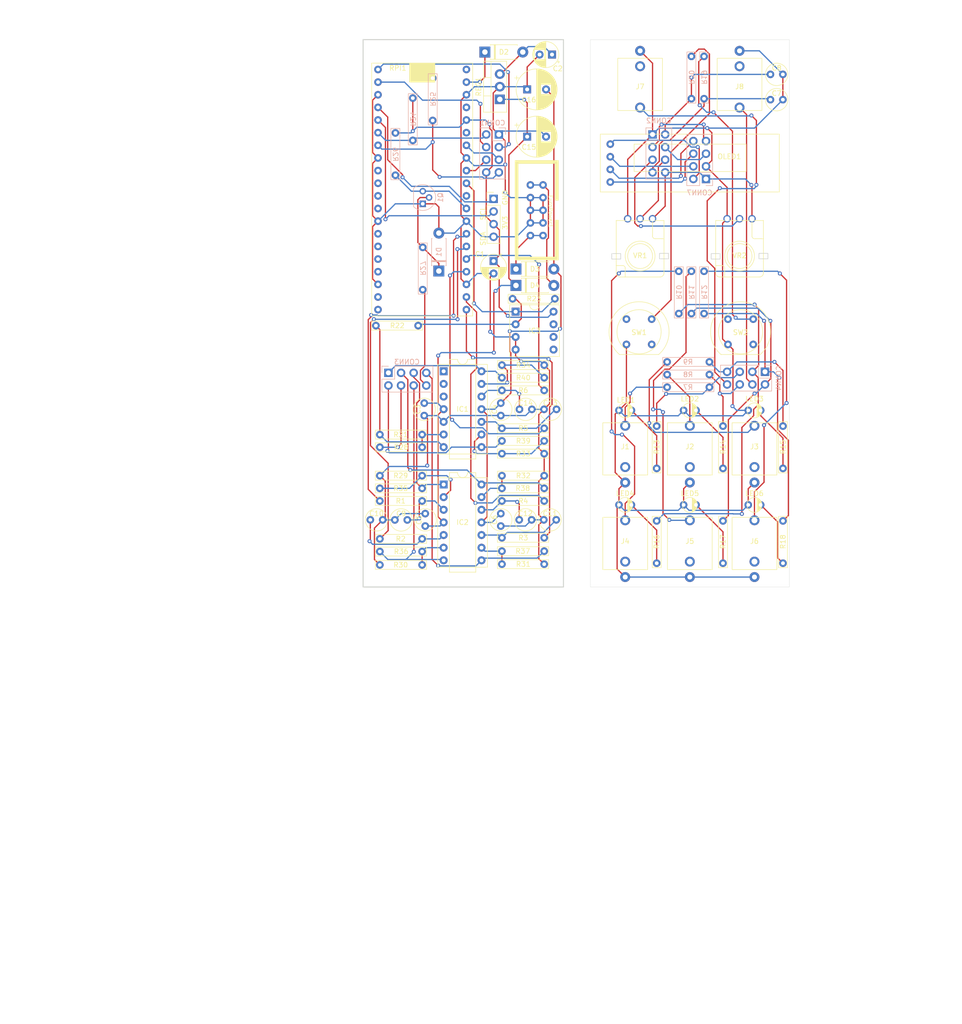
<source format=kicad_pcb>
(kicad_pcb (version 20211014) (generator pcbnew)
  (layers (0 "F.Cu" signal) (31 "B.Cu" signal) (34 "B.Paste" user) (35 "F.Paste" user) (36 "B.SilkS" user "B.Silkscreen") (37 "F.SilkS" user "F.Silkscreen") (38 "B.Mask" user) (39 "F.Mask" user) (44 "Edge.Cuts" user))
  (net 0 "")
  (net 1 "Earth")
  (net 2 "Net-(C9-Pad1)")
  (net 3 "Net-(C10-Pad1)")
  (net 4 "Net-(C11-Pad1)")
  (net 5 "Net-(C12-Pad1)")
  (net 6 "Net-(C13-Pad1)")
  (net 7 "Net-(C14-Pad1)")
  (net 8 "/GP2")
  (net 9 "/GP3")
  (net 10 "/GP6")
  (net 11 "/GP7")
  (net 12 "/GP8")
  (net 13 "/GP9")
  (net 14 "/GP10")
  (net 15 "/GP11")
  (net 16 "/GP12")
  (net 17 "/GP13")
  (net 18 "/GP14")
  (net 19 "/GP15")
  (net 20 "/GP16")
  (net 21 "/GP17")
  (net 22 "/GP18")
  (net 23 "/GP19")
  (net 24 "/GP20")
  (net 25 "/GP21")
  (net 26 "/GP22")
  (net 27 "/GP26")
  (net 28 "/GP27")
  (net 29 "/GP28")
  (net 30 "Net-(CONN7-Pad2)")
  (net 31 "Net-(CONN7-Pad4)")
  (net 32 "Net-(CONN7-Pad6)")
  (net 33 "Net-(CONN7-Pad8)")
  (net 34 "Net-(D1-Pad2)")
  (net 41 "Net-(LED1-Pad2)")
  (net 42 "Net-(LED2-Pad2)")
  (net 43 "Net-(LED3-Pad2)")
  (net 44 "Net-(LED4-Pad2)")
  (net 45 "Net-(LED5-Pad2)")
  (net 46 "Net-(LED6-Pad2)")
  (net 47 "Net-(R19-Pad2)")
  (net 48 "Net-(R20-Pad2)")
  (net 49 "Net-(D3-Pad2)")
  (net 50 "Net-(D4-Pad1)")
  (net 51 "Net-(IC1-Pad7)")
  (net 52 "Net-(IC1-Pad9)")
  (net 53 "Net-(IC1-Pad13)")
  (net 54 "Net-(IC2-Pad2)")
  (net 55 "Net-(IC2-Pad6)")
  (net 56 "Net-(IC2-Pad9)")
  (net 57 "Net-(IC2-Pad13)")
  (net 58 "/GP0")
  (net 59 "/GP1")
  (net 60 "Net-(D2-Pad2)")
  (net 62 "Net-(J1-Pad3)")
  (net 64 "Net-(J2-Pad3)")
  (net 66 "Net-(J3-Pad3)")
  (net 68 "Net-(J4-Pad3)")
  (net 70 "Net-(J5-Pad3)")
  (net 72 "Net-(J6-Pad3)")
  (net 79 "Net-(IC1-Pad6)")
  (net 80 "Net-(IC3-Pad2)")
  (net 81 "/BUTTON 2 J")
  (net 82 "/BUTTON 1 J")
  (net 83 "/BUTTON 1 P")
  (net 84 "/BUTTON 2 P")
  (net 85 "/OLED SDA J")
  (net 86 "/OLED SCL J")
  (net 87 "/KNOB 2 J")
  (net 88 "/OUTPUT 6 P")
  (net 89 "/OUTPUT 5 P")
  (net 90 "/OUTPUT 4 P")
  (net 91 "/ANALOGUE IN P")
  (net 92 "/OUTPUT 1 P")
  (net 93 "/OUTPUT 2 P")
  (net 94 "/OUTPUT 3 P")
  (net 95 "/DIGITAL IN P")
  (net 96 "/OUTPUT 6 J")
  (net 97 "/OUTPUT 5 J")
  (net 98 "/OUTPUT 4 J")
  (net 99 "/ANALOGUE IN J")
  (net 100 "/OUTPUT 1 J")
  (net 101 "/OUTPUT 2 J")
  (net 102 "/OUTPUT 3 J")
  (net 103 "/DIGITAL IN J")
  (net 104 "/+3.3V")
  (net 105 "/+5V")
  (net 106 "/+12V")
  (net 107 "/-12V")
  (net 108 "/+3.3V P")
  (net 109 "/EARTH J")
  (net 110 "/+3.3V J")
  (net 111 "/KNOB 1 J")
  (footprint "Eurorack:Resistor 0.25W Through-Hole" (layer "F.Cu") (at -13.545 100.11)
    (fp_text reference "R3")
    (fp_text value "1K")
  )
  (footprint "Eurorack:LED 3mm" (layer "F.Cu") (at 20 93.5)
    (fp_text reference "LED5")
    (fp_text value "LED")
  )
  (footprint "Eurorack:Potentiometer 9mm Vertical Linear Centred" (layer "F.Cu") (at 30 43.5 180)
    (fp_text reference "VR2")
    (fp_text value "KNOB 2")
    (fp_rect (start 3.9 0.5) (end 5.7 -0.6) (layer "Edge.Cuts") (width 0.12) (fill none))
    (fp_rect (start -5.7 0.55) (end -3.9 -0.55) (layer "Edge.Cuts") (width 0.12) (fill none))
  )
  (footprint "Eurorack:Capacitor Small Non-Polarised" (layer "F.Cu") (at -18.02 75.545 90)
    (fp_text reference "C4")
    (fp_text value "100nF")
  )
  (footprint "Eurorack:LED 3mm" (layer "F.Cu") (at 33 74.5)
    (fp_text reference "LED3")
    (fp_text value "LED")
  )
  (footprint "Eurorack:Capacitor Small Non-Polarised" (layer "F.Cu") (at 36.215 12.065)
    (fp_text reference "C7")
    (fp_text value "100nF")
  )
  (footprint "Eurorack:Resistor 0.25W Through-Hole" (layer "F.Cu") (at -13.545 92.71)
    (fp_text reference "R4")
    (fp_text value "1K")
  )
  (footprint "Eurorack:Thonkiconn Mono Jack" (layer "F.Cu") (at 20 102 90)
    (fp_text reference "J5")
    (fp_text value "Thonkiconn_Mono_Jack")
  )
  (footprint "Eurorack:Resistor 0.25W Through-Hole" (layer "F.Cu") (at -13.545 83.205)
    (fp_text reference "R33")
    (fp_text value "100K")
  )
  (footprint "Eurorack:Resistor 0.25W Through-Hole" (layer "F.Cu") (at -38.895 57.475)
    (fp_text reference "R22")
    (fp_text value "22K")
  )
  (footprint "Eurorack:Capacitor Small Non-Polarised" (layer "F.Cu") (at -44.27 96.5)
    (fp_text reference "C10")
    (fp_text value "100nF")
  )
  (footprint "Eurorack:Raspberry Pi Pico" (layer "F.Cu") (at -42.72 6)
    (fp_text reference "RPI1")
    (fp_text value "Raspberry_Pi_Pico")
  )
  (footprint "Eurorack:Eurorack Power Header Unlabeled" (layer "F.Cu") (at -10.795 34.29 -90)
    (fp_text reference "EuroPower1")
    (fp_text value "Eurorack Power")
  )
  (footprint "Eurorack:Thonkiconn Mono Jack" (layer "F.Cu") (at 7 83 90)
    (fp_text reference "J1")
    (fp_text value "Thonkiconn_Mono_Jack")
  )
  (footprint "Eurorack:DIP-8 IC Socket" (layer "F.Cu") (at -11.22 58.5)
    (fp_text reference "IC3")
    (fp_text value "MCP6002")
  )
  (footprint "Eurorack:Potentiometer 9mm Vertical Linear Centred" (layer "F.Cu") (at 10 43.5 180)
    (fp_text reference "VR1")
    (fp_text value "KNOB 1")
    (fp_rect (start 3.9 0.5) (end 5.7 -0.6) (layer "Edge.Cuts") (width 0.12) (fill none))
    (fp_rect (start -5.7 0.55) (end -3.9 -0.55) (layer "Edge.Cuts") (width 0.12) (fill none))
  )
  (footprint "Eurorack:Thonkiconn Mono Jack" (layer "F.Cu") (at 33 83 90)
    (fp_text reference "J3")
    (fp_text value "Thonkiconn_Mono_Jack")
  )
  (footprint "Eurorack:Resistor 0.25W Through-Hole" (layer "F.Cu") (at -38.1 100.33 180)
    (fp_text reference "R2")
    (fp_text value "1K")
  )
  (footprint "Eurorack:Resistor 0.25W Through-Hole" (layer "F.Cu") (at -38.1 105.56 180)
    (fp_text reference "R30")
    (fp_text value "100K")
  )
  (footprint "Eurorack:Resistor 0.25W Through-Hole" (layer "F.Cu") (at -38.1 79.375 180)
    (fp_text reference "R21")
    (fp_text value "22K")
  )
  (footprint "Eurorack:Resistor 0.25W Through-Hole" (layer "F.Cu") (at -13.545 80.645)
    (fp_text reference "R39")
    (fp_text value "220K")
  )
  (footprint "Eurorack:DIP-14 IC Socket" (layer "F.Cu") (at -25.72 97)
    (fp_text reference "IC2")
    (fp_text value "TL074")
  )
  (footprint "Eurorack:Schottky Diode" (layer "F.Cu") (at -14.97 49.4)
    (fp_text reference "D4")
    (fp_text value "DIODE")
  )
  (footprint "Eurorack:Resistor 0.25W Through-Hole" (layer "F.Cu") (at -13.545 90.17 180)
    (fp_text reference "R38")
    (fp_text value "220K")
  )
  (footprint "Eurorack:Capacitor Small Non-Polarised" (layer "F.Cu") (at -6.82 74.295 180)
    (fp_text reference "C13")
    (fp_text value "100nF")
  )
  (footprint "Eurorack:Resistor 0.25W Through-Hole" (layer "F.Cu") (at 26.67 81.915 90)
    (fp_text reference "R14")
    (fp_text value "1K")
  )
  (footprint "Eurorack:Resistor 0.25W Through-Hole" (layer "F.Cu") (at -13.545 65.405)
    (fp_text reference "R34")
    (fp_text value "100K")
  )
  (footprint "Package_TO_SOT_THT:TO-220-3_Vertical" (layer "F.Cu") (at -18.22 12 90)
    (fp_text reference "REG1")
    (fp_text value "L7805")
  )
  (footprint "Eurorack:Resistor 0.25W Through-Hole" (layer "F.Cu") (at -38.1 102.87)
    (fp_text reference "R36")
    (fp_text value "220K")
  )
  (footprint "Eurorack:Resistor 0.25W Through-Hole" (layer "F.Cu") (at -38.1 87.63 180)
    (fp_text reference "R29")
    (fp_text value "100K")
  )
  (footprint "Capacitor_THT:CP_Radial_D5.0mm_P2.50mm" (layer "F.Cu") (at -7.72 3 180)
    (fp_text reference "C2")
    (fp_text value "1uF")
  )
  (footprint "Eurorack:Capacitor Small Non-Polarised" (layer "F.Cu") (at -33.22 97.75 90)
    (fp_text reference "C5")
    (fp_text value "100nF")
  )
  (footprint "Eurorack:Capacitor Small Non-Polarised" (layer "F.Cu") (at -36.83 96.52 180)
    (fp_text reference "C9")
    (fp_text value "100nF")
  )
  (footprint "Eurorack:LED 3mm" (layer "F.Cu") (at 7 74.5)
    (fp_text reference "LED1")
    (fp_text value "LED")
  )
  (footprint "Eurorack:Resistor 0.25W Through-Hole" (layer "F.Cu") (at -13.545 70.485)
    (fp_text reference "R6")
    (fp_text value "1K")
  )
  (footprint "Eurorack:Resistor 0.25W Through-Hole" (layer "F.Cu") (at 38.735 81.915 90)
    (fp_text reference "R15")
    (fp_text value "1K")
  )
  (footprint "Capacitor_THT:CP_Radial_D5.0mm_P2.50mm" (layer "F.Cu") (at -19.47 44.5 -90)
    (fp_text reference "C1")
    (fp_text value "1uF")
  )
  (footprint "Eurorack:Resistor 0.25W Through-Hole" (layer "F.Cu") (at -38.1 81.915)
    (fp_text reference "R28")
    (fp_text value "100K")
  )
  (footprint "Eurorack:Capacitor Small Non-Polarised" (layer "F.Cu") (at -18.02 97.75 90)
    (fp_text reference "C6")
    (fp_text value "100nF")
  )
  (footprint "Eurorack:Capacitor Small Non-Polarised" (layer "F.Cu") (at 36.215 6.985)
    (fp_text reference "C8")
    (fp_text value "100nF")
  )
  (footprint "Eurorack:Resistor 0.25W Through-Hole" (layer "F.Cu") (at -13.545 87.63)
    (fp_text reference "R32")
    (fp_text value "100K")
  )
  (footprint "Eurorack:LED 3mm" (layer "F.Cu") (at 33 93.5)
    (fp_text reference "LED6")
    (fp_text value "LED")
  )
  (footprint "Eurorack:Thonkiconn Mono Jack" (layer "F.Cu") (at 10 8.25 -90)
    (fp_text reference "J7")
    (fp_text value "Thonkiconn_Mono_Jack")
  )
  (footprint "Eurorack:Resistor 0.25W Through-Hole" (layer "F.Cu") (at -13.545 105.41)
    (fp_text reference "R31")
    (fp_text value "100K")
  )
  (footprint "Eurorack:Schottky Diode" (layer "F.Cu") (at -21.22 2.5)
    (fp_text reference "D2")
    (fp_text value "DIODE")
  )
  (footprint "Eurorack:Capacitor Small Non-Polarised" (layer "F.Cu") (at -14.27 74.295)
    (fp_text reference "C14")
    (fp_text value "100nF")
  )
  (footprint "Eurorack:OLED SSD1306 0.91" (layer "F.Cu") (at 4 21)
    (fp_text reference "OLED1")
    (fp_text value "OLED SSD1306_0.91\"")
  )
  (footprint "Eurorack:Resistor 0.25W Through-Hole" (layer "F.Cu") (at -13.545 67.945)
    (fp_text reference "R40")
    (fp_text value "220K")
  )
  (footprint "Eurorack:LED 3mm" (layer "F.Cu") (at 7 93.5)
    (fp_text reference "LED4")
    (fp_text value "LED")
  )
  (footprint "Eurorack:Capacitor Small Non-Polarised" (layer "F.Cu") (at -33.42 73.05 -90)
    (fp_text reference "C3")
    (fp_text value "100nF")
  )
  (footprint "Eurorack:Resistor 0.25W Through-Hole" (layer "F.Cu") (at -13.545 78.105)
    (fp_text reference "R5")
    (fp_text value "1K")
  )
  (footprint "Eurorack:LED 3mm" (layer "F.Cu") (at 20 74.5)
    (fp_text reference "LED2")
    (fp_text value "LED")
  )
  (footprint "Capacitor_THT:CP_Radial_D8.0mm_P3.80mm" (layer "F.Cu") (at -12.72 10)
    (fp_text reference "C16")
    (fp_text value "10uF")
  )
  (footprint "Eurorack:Schottky Diode" (layer "F.Cu") (at -14.97 46.1)
    (fp_text reference "D3")
    (fp_text value "DIODE")
  )
  (footprint "Eurorack:Switch Tactile Momentary C&K" (layer "F.Cu") (at 27.67 61.25)
    (fp_text reference "SW2")
    (fp_text value "SW_Push")
  )
  (footprint "Capacitor_THT:CP_Radial_D8.0mm_P3.80mm" (layer "F.Cu") (at -12.72 19.5)
    (fp_text reference "C15")
    (fp_text value "10uF")
  )
  (footprint "Eurorack:Resistor 0.25W Through-Hole" (layer "F.Cu") (at 26.67 100.965 90)
    (fp_text reference "R17")
    (fp_text value "1K")
  )
  (footprint "Connector_PinHeader_2.54mm:PinHeader_1x04_P2.54mm_Vertical" (layer "F.Cu") (at -19.47 32)
    (fp_text reference "CONN5" hide)
    (fp_text value "Conn_01x04_Male")
  )
  (footprint "Eurorack:Switch Tactile Momentary C&K" (layer "F.Cu") (at 7.25 61.25)
    (fp_text reference "SW1")
    (fp_text value "SW_Push")
  )
  (footprint "Eurorack:DIP-14 IC Socket" (layer "F.Cu") (at -25.72 74.25)
    (fp_text reference "IC1")
    (fp_text value "TL074")
  )
  (footprint "Eurorack:Capacitor Small Non-Polarised" (layer "F.Cu") (at -14.32 96.5)
    (fp_text reference "C12")
    (fp_text value "100nF")
  )
  (footprint "Eurorack:Resistor 0.25W Through-Hole" (layer "F.Cu") (at 13.335 100.965 90)
    (fp_text reference "R16")
    (fp_text value "1K")
  )
  (footprint "Eurorack:Thonkiconn Mono Jack" (layer "F.Cu") (at 33 102 90)
    (fp_text reference "J6")
    (fp_text value "Thonkiconn_Mono_Jack")
  )
  (footprint "Eurorack:Resistor 0.25W Through-Hole" (layer "F.Cu") (at -38.1 92.71 180)
    (fp_text reference "R1")
    (fp_text value "1K")
  )
  (footprint "Eurorack:Resistor 0.25W Through-Hole" (layer "F.Cu") (at -11.395 52.075)
    (fp_text reference "R23")
    (fp_text value "22K")
  )
  (footprint "Eurorack:Resistor 0.25W Through-Hole" (layer "F.Cu") (at 13.335 81.915 90)
    (fp_text reference "R13")
    (fp_text value "1K")
  )
  (footprint "Eurorack:Thonkiconn Mono Jack" (layer "F.Cu") (at 7 102 90)
    (fp_text reference "J4")
    (fp_text value "Thonkiconn_Mono_Jack")
  )
  (footprint "Eurorack:Thonkiconn Mono Jack" (layer "F.Cu") (at 30 8.25 -90)
    (fp_text reference "J8")
    (fp_text value "Thonkiconn_Mono_Jack")
  )
  (footprint "Eurorack:Resistor 0.25W Through-Hole" (layer "F.Cu") (at -13.545 102.795 180)
    (fp_text reference "R37")
    (fp_text value "220K")
  )
  (footprint "Eurorack:Resistor 0.25W Through-Hole" (layer "F.Cu") (at 38.735 100.965 90)
    (fp_text reference "R18")
    (fp_text value "1K")
  )
  (footprint "Eurorack:Resistor 0.25W Through-Hole" (layer "F.Cu") (at -38.1 90.17 180)
    (fp_text reference "R35")
    (fp_text value "220K")
  )
  (footprint "Eurorack:Capacitor Small Non-Polarised" (layer "F.Cu") (at -6.87 96.5 180)
    (fp_text reference "C11")
    (fp_text value "100nF")
  )
  (footprint "Eurorack:Thonkiconn Mono Jack" (layer "F.Cu") (at 20 83 90)
    (fp_text reference "J2")
    (fp_text value "Thonkiconn_Mono_Jack")
  )
  (footprint "Connector_PinSocket_2.54mm:PinSocket_2x04_P2.54mm_Vertical" (layer "B.Cu") (at 35.12 66.75 90)
    (fp_text reference "CONN4")
    (fp_text value "Conn_02x04_Counter_Clockwise")
  )
  (footprint "Eurorack:Resistor 0.25W Through-Hole" (layer "B.Cu") (at -33.72 46 90)
    (fp_text reference "R27")
    (fp_text value "100K")
  )
  (footprint "Eurorack:Schottky Diode" (layer "B.Cu") (at -30.48 46.5 90)
    (fp_text reference "D1")
    (fp_text value "DIODE")
  )
  (footprint "Connector_PinSocket_2.54mm:PinSocket_2x04_P2.54mm_Vertical" (layer "B.Cu") (at 23.25 28)
    (fp_text reference "CONN7")
    (fp_text value "Conn_02x04_Counter_Clockwise")
  )
  (footprint "Connector_PinHeader_2.54mm:PinHeader_2x04_P2.54mm_Vertical" (layer "B.Cu") (at -40.63 66.96 -90)
    (fp_text reference "CONN3")
    (fp_text value "Conn_02x04_Counter_Clockwise")
  )
  (footprint "Eurorack:Resistor 0.25W Through-Hole" (layer "B.Cu") (at 20.32 50.8 90)
    (fp_text reference "R11")
    (fp_text value "1K")
  )
  (footprint "Package_TO_SOT_THT:TO-92" (layer "B.Cu") (at -33.72 33 90)
    (fp_text reference "Q1")
    (fp_text value "2N2222")
  )
  (footprint "Connector_PinHeader_2.54mm:PinHeader_2x04_P2.54mm_Vertical" (layer "B.Cu") (at -18.41 19.06 180)
    (fp_text reference "CONN1")
    (fp_text value "Conn_02x04_Counter_Clockwise")
  )
  (footprint "Eurorack:Resistor 0.25W Through-Hole" (layer "B.Cu") (at -35.72 16 90)
    (fp_text reference "R24")
    (fp_text value "10K")
  )
  (footprint "Eurorack:Resistor 0.25W Through-Hole" (layer "B.Cu") (at 22.86 50.8 90)
    (fp_text reference "R12")
    (fp_text value "1K")
  )
  (footprint "Eurorack:Resistor 0.25W Through-Hole" (layer "B.Cu") (at 19.685 64.77 180)
    (fp_text reference "R9")
    (fp_text value "1K")
  )
  (footprint "Eurorack:Resistor 0.25W Through-Hole" (layer "B.Cu") (at -39.22 23 -90)
    (fp_text reference "R26")
    (fp_text value "10K")
  )
  (footprint "Eurorack:Resistor 0.25W Through-Hole" (layer "B.Cu") (at 20.32 7.62 90)
    (fp_text reference "R20")
    (fp_text value "1K")
  )
  (footprint "Eurorack:Resistor 0.25W Through-Hole" (layer "B.Cu") (at 22.86 7.62 90)
    (fp_text reference "R19")
    (fp_text value "1K")
  )
  (footprint "Eurorack:Resistor 0.25W Through-Hole" (layer "B.Cu") (at 19.685 69.85 180)
    (fp_text reference "R7")
    (fp_text value "1K")
  )
  (footprint "Eurorack:Resistor 0.25W Through-Hole" (layer "B.Cu") (at 17.78 50.8 90)
    (fp_text reference "R10")
    (fp_text value "1K")
  )
  (footprint "Eurorack:Resistor 0.25W Through-Hole" (layer "B.Cu") (at 19.685 67.31 180)
    (fp_text reference "R8")
    (fp_text value "1K")
  )
  (footprint "Connector_PinSocket_2.54mm:PinSocket_2x04_P2.54mm_Vertical" (layer "B.Cu") (at 12.5 19.06 180)
    (fp_text reference "CONN2")
    (fp_text value "Conn_02x04_Counter_Clockwise")
  )
  (footprint "Eurorack:Resistor 0.25W Through-Hole" (layer "B.Cu") (at -31.72 12 90)
    (fp_text reference "R25")
    (fp_text value "10K")
  )
  (gr_rect (start -45.72 0) (end -5.42 110) (layer "Edge.Cuts") (width 0.2) (fill none))
  (gr_rect (start 0 0) (end 40 110) (layer "Edge.Cuts") (width 0.05) (fill none))
  (gr_text "SDA" (at -21.59 40.005 90) (layer "F.SilkS") (effects (font (size 1 1))))
  (gr_text "SCL\n" (at -21.59 34.925 90) (layer "F.SilkS") (effects (font (size 1 1))))
  (gr_text "GND" (at -17.145 31.75 90) (layer "F.SilkS") (effects (font (size 1 1))))
  (gr_text "3V3" (at -17.145 36.83 90) (layer "F.SilkS") (effects (font (size 1 1))))
  (segment (start -12.065 34.29) (end -12.065 36.83) (width 0.25) (layer "F.Cu") (net 1))
  (segment (start -8.208489 66.491511) (end -9.295 65.405) (width 0.25) (layer "F.Cu") (net 1))
  (segment (start -17.12 25.1) (end -17.12 20.35) (width 0.25) (layer "F.Cu") (net 1))
  (segment (start -42.72 36.48) (end -43.806511 37.566511) (width 0.25) (layer "F.Cu") (net 1))
  (segment (start -8.208489 73.183489) (end -8.208489 66.491511) (width 0.25) (layer "F.Cu") (net 1))
  (segment (start -17.12 30.699011) (end -17.119011 30.7) (width 0.25) (layer "F.Cu") (net 1))
  (segment (start -26.026511 24.866511) (end -24.94 23.78) (width 0.25) (layer "F.Cu") (net 1))
  (segment (start -9.32 74.295) (end -8.208489 73.183489) (width 0.25) (layer "F.Cu") (net 1))
  (segment (start -26.026511 12.166511) (end -24.94 11.08) (width 0.25) (layer "F.Cu") (net 1))
  (segment (start -41.263489 95.993489) (end -41.263489 88.716511) (width 0.25) (layer "F.Cu") (net 1))
  (segment (start -9.295 83.205) (end -10.381511 82.118489) (width 0.25) (layer "F.Cu") (net 1))
  (segment (start -41.263489 88.716511) (end -42.35 87.63) (width 0.25) (layer "F.Cu") (net 1))
  (segment (start -42.72 11.08) (end -43.806511 12.166511) (width 0.25) (layer "F.Cu") (net 1))
  (segment (start -12.065 31.75) (end -12.065 34.29) (width 0.25) (layer "F.Cu") (net 1))
  (segment (start -19.544511 10.722989) (end -18.281522 9.46) (width 0.25) (layer "F.Cu") (net 1))
  (segment (start -10.381511 97.511511) (end -9.37 96.5) (width 0.25) (layer "F.Cu") (net 1))
  (segment (start -32.82 85.6) (end -32.763489 85.543489) (width 0.25) (layer "F.Cu") (net 1))
  (segment (start -9.525 34.29) (end -9.525 31.75) (width 0.25) (layer "F.Cu") (net 1))
  (segment (start -18.281522 9.46) (end -18.22 9.46) (width 0.25) (layer "F.Cu") (net 1))
  (segment (start -12.72 10) (end -12.72 5.5) (width 0.25) (layer "F.Cu") (net 1))
  (segment (start -19.47 47) (end -20.1445 47.6745) (width 0.25) (layer "F.Cu") (net 1))
  (segment (start -43.806511 35.393489) (end -42.72 36.48) (width 0.25) (layer "F.Cu") (net 1))
  (segment (start -15.04 59.75) (end -15.04 62.29) (width 0.25) (layer "F.Cu") (net 1))
  (segment (start -42.35 105.56) (end -43.436511 104.473489) (width 0.25) (layer "F.Cu") (net 1))
  (segment (start -10.381511 75.356511) (end -9.32 74.295) (width 0.25) (layer "F.Cu") (net 1))
  (segment (start -24.94 23.78) (end -26.026511 22.693489) (width 0.25) (layer "F.Cu") (net 1))
  (segment (start -30.48 38.88) (end -30.48 33.64) (width 0.25) (layer "F.Cu") (net 1))
  (segment (start -9.37 96.5) (end -10.381511 95.488489) (width 0.25) (layer "F.Cu") (net 1))
  (segment (start -43.436511 98.166511) (end -41.77 96.5) (width 0.25) (layer "F.Cu") (net 1))
  (segment (start -9.525 36.83) (end -9.525 34.29) (width 0.25) (layer "F.Cu") (net 1))
  (segment (start -43.806511 48.093489) (end -42.72 49.18) (width 0.25) (layer "F.Cu") (net 1))
  (segment (start -9.295 105.41) (end -10.381511 104.323489) (width 0.25) (layer "F.Cu") (net 1))
  (segment (start -42.72 23.78) (end -43.806511 24.866511) (width 0.25) (layer "F.Cu") (net 1))
  (segment (start -32.763489 76.206511) (end -33.42 75.55) (width 0.25) (layer "F.Cu") (net 1))
  (segment (start -30.48 33.64) (end -31.12 33) (width 0.25) (layer "F.Cu") (net 1))
  (segment (start -24.94 49.18) (end -26.026511 48.093489) (width 0.25) (layer "F.Cu") (net 1))
  (segment (start -32.763489 85.543489) (end -32.763489 76.206511) (width 0.25) (layer "F.Cu") (net 1))
  (segment (start -15.04 63.5605) (end -15.04 62.29) (width 0.25) (layer "F.Cu") (net 1))
  (segment (start -19.544511 17.925489) (end -19.544511 10.722989) (width 0.25) (layer "F.Cu") (net 1))
  (segment (start -31.12 33) (end -33.72 33) (width 0.25) (layer "F.Cu") (net 1))
  (segment (start -24.94 36.48) (end -26.026511 35.393489) (width 0.25) (layer "F.Cu") (net 1))
  (segment (start -43.806511 12.166511) (end -43.806511 22.693489) (width 0.25) (layer "F.Cu") (net 1))
  (segment (start -43.806511 37.566511) (end -43.806511 48.093489) (width 0.25) (layer "F.Cu") (net 1))
  (segment (start -43.806511 24.866511) (end -43.806511 35.393489) (width 0.25) (layer "F.Cu") (net 1))
  (segment (start -26.026511 35.393489) (end -26.026511 24.866511) (width 0.25) (layer "F.Cu") (net 1))
  (segment (start -12.72 5.5) (end -10.22 3) (width 0.25) (layer "F.Cu") (net 1))
  (segment (start -13.92 64.6805) (end -15.04 63.5605) (width 0.25) (layer "F.Cu") (net 1))
  (segment (start -26.026511 48.093489) (end -26.026511 37.566511) (width 0.25) (layer "F.Cu") (net 1))
  (segment (start -26.026511 22.693489) (end -26.026511 12.166511) (width 0.25) (layer "F.Cu") (net 1))
  (segment (start -43.806511 22.693489) (end -42.72 23.78) (width 0.25) (layer "F.Cu") (net 1))
  (segment (start -9.295 87.63) (end -9.295 83.205) (width 0.25) (layer "F.Cu") (net 1))
  (segment (start -26.026511 37.566511) (end -24.94 36.48) (width 0.25) (layer "F.Cu") (net 1))
  (segment (start -17.12 20.35) (end -18.41 19.06) (width 0.25) (layer "F.Cu") (net 1))
  (segment (start -10.381511 95.488489) (end -10.381511 88.716511) (width 0.25) (layer "F.Cu") (net 1))
  (segment (start -18.41 19.06) (end -19.544511 17.925489) (width 0.25) (layer "F.Cu") (net 1))
  (segment (start -10.381511 82.118489) (end -10.381511 75.356511) (width 0.25) (layer "F.Cu") (net 1))
  (segment (start -43.436511 104.473489) (end -43.436511 98.166511) (width 0.25) (layer "F.Cu") (net 1))
  (segment (start -41.77 96.5) (end -41.263489 95.993489) (width 0.25) (layer "F.Cu") (net 1))
  (segment (start -10.381511 104.323489) (end -10.381511 97.511511) (width 0.25) (layer "F.Cu") (net 1))
  (segment (start -10.381511 88.716511) (end -9.295 87.63) (width 0.25) (layer "F.Cu") (net 1))
  (segment (start -20.1445 47.6745) (end -20.1445 58.7) (width 0.25) (layer "F.Cu") (net 1))
  (segment (start -17.12 25.1) (end -17.12 30.699011) (width 0.25) (layer "F.Cu") (net 1))
  (via (at -17.12 25.1) (size 0.8) (drill 0.4) (layers "F.Cu" "B.Cu") (net 1))
  (via (at -17.119011 30.7) (size 0.8) (drill 0.4) (layers "F.Cu" "B.Cu") (net 1))
  (via (at -13.92 64.6805) (size 0.8) (drill 0.4) (layers "F.Cu" "B.Cu") (net 1))
  (via (at -32.82 85.6) (size 0.8) (drill 0.4) (layers "F.Cu" "B.Cu") (net 1))
  (via (at -20.1445 58.7) (size 0.8) (drill 0.4) (layers "F.Cu" "B.Cu") (net 1))
  (segment (start -9.295 65.405) (end -10.0195 64.6805) (width 0.25) (layer "B.Cu") (net 1))
  (segment (start -33.72 33) (end -39.24 33) (width 0.25) (layer "B.Cu") (net 1))
  (segment (start -12.065 36.83) (end -9.525 36.83) (width 0.25) (layer "B.Cu") (net 1))
  (segment (start -19.0945 59.75) (end -15.04 59.75) (width 0.25) (layer "B.Cu") (net 1))
  (segment (start -13.02 75.545) (end -11.77 74.295) (width 0.25) (layer "B.Cu") (net 1))
  (segment (start -40.495489 85.775489) (end -32.995489 85.775489) (width 0.25) (layer "B.Cu") (net 1))
  (segment (start -10.0195 64.6805) (end -13.92 64.6805) (width 0.25) (layer "B.Cu") (net 1))
  (segment (start -41.75 96.52) (end -41.77 96.5) (width 0.25) (layer "B.Cu") (net 1))
  (segment (start -11.77 74.295) (end -9.32 74.295) (width 0.25) (layer "B.Cu") (net 1))
  (segment (start -18.41 19.06) (end -17.725489 18.375489) (width 0.25) (layer "B.Cu") (net 1))
  (segment (start -18.02 75.545) (end -13.02 75.545) (width 0.25) (layer "B.Cu") (net 1))
  (segment (start -16.069011 31.75) (end -12.065 31.75) (width 0.25) (layer "B.Cu") (net 1))
  (segment (start -22.76 47) (end -24.94 49.18) (width 0.25) (layer "B.Cu") (net 1))
  (segment (start -18.22 9.46) (end -23.32 9.46) (width 0.25) (layer "B.Cu") (net 1))
  (segment (start -17.334511 25.314511) (end -17.12 25.1) (width 0.25) (layer "B.Cu") (net 1))
  (segment (start -19.47 47) (end -22.76 47) (width 0.25) (layer "B.Cu") (net 1))
  (segment (start -14.855 39.62) (end -12.065 36.83) (width 0.25) (layer "B.Cu") (net 1))
  (segment (start -30.78 75.55) (end -29.52 76.81) (width 0.25) (layer "B.Cu") (net 1))
  (segment (start -23.32 9.46) (end -24.94 11.08) (width 0.25) (layer "B.Cu") (net 1))
  (segment (start -20.1445 58.7) (end -19.0945 59.75) (width 0.25) (layer "B.Cu") (net 1))
  (segment (start -10.044511 18.375489) (end -8.92 19.5) (width 0.25) (layer "B.Cu") (net 1))
  (segment (start -24.94 23.78) (end -23.405489 25.314511) (width 0.25) (layer "B.Cu") (net 1))
  (segment (start -13.26 9.46) (end -12.72 10) (width 0.25) (layer "B.Cu") (net 1))
  (segment (start -12.065 31.75) (end -9.525 31.75) (width 0.25) (layer "B.Cu") (net 1))
  (segment (start -42.35 87.63) (end -40.495489 85.775489) (width 0.25) (layer "B.Cu") (net 1))
  (segment (start -39.24 33) (end -42.72 36.48) (width 0.25) (layer "B.Cu") (net 1))
  (segment (start -29.52 76.81) (end -28.255 75.545) (width 0.25) (layer "B.Cu") (net 1))
  (segment (start -33.22 95.25) (end -38.06 95.25) (width 0.25) (layer "B.Cu") (net 1))
  (segment (start -17.725489 18.375489) (end -10.044511 18.375489) (width 0.25) (layer "B.Cu") (net 1))
  (segment (start -27.34 38.88) (end -24.94 36.48) (width 0.25) (layer "B.Cu") (net 1))
  (segment (start -38.06 95.25) (end -39.33 96.52) (width 0.25) (layer "B.Cu") (net 1))
  (segment (start -19.47 39.62) (end -21.8 39.62) (width 0.25) (layer "B.Cu") (net 1))
  (segment (start -19.47 39.62) (end -14.855 39.62) (width 0.25) (layer "B.Cu") (net 1))
  (segment (start -39.33 96.52) (end -41.75 96.52) (width 0.25) (layer "B.Cu") (net 1))
  (segment (start -9.525 34.29) (end -12.065 34.29) (width 0.25) (layer "B.Cu") (net 1))
  (segment (start -21.8 39.62) (end -24.94 36.48) (width 0.25) (layer "B.Cu") (net 1))
  (segment (start -23.405489 25.314511) (end -17.334511 25.314511) (width 0.25) (layer "B.Cu") (net 1))
  (segment (start -28.255 75.545) (end -18.02 75.545) (width 0.25) (layer "B.Cu") (net 1))
  (segment (start -18.02 97.75) (end -13.07 97.75) (width 0.25) (layer "B.Cu") (net 1))
  (segment (start -30.48 38.88) (end -27.34 38.88) (width 0.25) (layer "B.Cu") (net 1))
  (segment (start -18.22 9.46) (end -13.26 9.46) (width 0.25) (layer "B.Cu") (net 1))
  (segment (start -11.82 96.5) (end -9.37 96.5) (width 0.25) (layer "B.Cu") (net 1))
  (segment (start -13.07 97.75) (end -11.82 96.5) (width 0.25) (layer "B.Cu") (net 1))
  (segment (start -33.42 75.55) (end -30.78 75.55) (width 0.25) (layer "B.Cu") (net 1))
  (segment (start -32.995489 85.775489) (end -32.82 85.6) (width 0.25) (layer "B.Cu") (net 1))
  (segment (start -17.119011 30.7) (end -16.069011 31.75) (width 0.25) (layer "B.Cu") (net 1))
  (segment (start -34.42 93.28) (end -34.42 96.2) (width 0.25) (layer "F.Cu") (net 2))
  (segment (start -33.85 92.71) (end -34.42 93.28) (width 0.25) (layer "F.Cu") (net 2))
  (via (at -34.42 96.2) (size 0.8) (drill 0.4) (layers "F.Cu" "B.Cu") (net 2))
  (segment (start -34.74 96.52) (end -36.83 96.52) (width 0.25) (layer "B.Cu") (net 2))
  (segment (start -34.42 96.2) (end -34.74 96.52) (width 0.25) (layer "B.Cu") (net 2))
  (segment (start -31.29 92.71) (end -29.52 94.48) (width 0.25) (layer "B.Cu") (net 2))
  (segment (start -33.85 92.71) (end -31.29 92.71) (width 0.25) (layer "B.Cu") (net 2))
  (segment (start -44.42 100.8) (end -44.27 100.65) (width 0.25) (layer "F.Cu") (net 3))
  (segment (start -44.27 100.65) (end -44.27 96.5) (width 0.25) (layer "F.Cu") (net 3))
  (via (at -44.42 100.8) (size 0.8) (drill 0.4) (layers "F.Cu" "B.Cu") (net 3))
  (segment (start -30.29 100.33) (end -29.52 99.56) (width 0.25) (layer "B.Cu") (net 3))
  (segment (start -34.936511 101.416511) (end -43.803489 101.416511) (width 0.25) (layer "B.Cu") (net 3))
  (segment (start -33.85 100.33) (end -30.29 100.33) (width 0.25) (layer "B.Cu") (net 3))
  (segment (start -43.803489 101.416511) (end -44.42 100.8) (width 0.25) (layer "B.Cu") (net 3))
  (segment (start -33.85 100.33) (end -34.936511 101.416511) (width 0.25) (layer "B.Cu") (net 3))
  (segment (start -9.393489 99.023489) (end -6.87 96.5) (width 0.25) (layer "B.Cu") (net 4))
  (segment (start -16.708489 99.023489) (end -9.393489 99.023489) (width 0.25) (layer "B.Cu") (net 4))
  (segment (start -21.9 99.56) (end -18.345 99.56) (width 0.25) (layer "B.Cu") (net 4))
  (segment (start -18.345 99.56) (end -17.795 100.11) (width 0.25) (layer "B.Cu") (net 4))
  (segment (start -17.795 100.11) (end -16.708489 99.023489) (width 0.25) (layer "B.Cu") (net 4))
  (segment (start -14.32 93.3) (end -14.72 92.9) (width 0.25) (layer "F.Cu") (net 5))
  (segment (start -14.32 96.5) (end -14.32 93.3) (width 0.25) (layer "F.Cu") (net 5))
  (via (at -14.72 92.9) (size 0.8) (drill 0.4) (layers "F.Cu" "B.Cu") (net 5))
  (segment (start -21.9 94.48) (end -19.565 94.48) (width 0.25) (layer "B.Cu") (net 5))
  (segment (start -19.565 94.48) (end -17.795 92.71) (width 0.25) (layer "B.Cu") (net 5))
  (segment (start -14.72 92.9) (end -14.91 92.71) (width 0.25) (layer "B.Cu") (net 5))
  (segment (start -14.91 92.71) (end -17.795 92.71) (width 0.25) (layer "B.Cu") (net 5))
  (segment (start -6.82 74.295) (end -7.02156 74.295) (width 0.25) (layer "B.Cu") (net 6))
  (segment (start -10.83156 78.105) (end -17.795 78.105) (width 0.25) (layer "B.Cu") (net 6))
  (segment (start -19.09 76.81) (end -17.795 78.105) (width 0.25) (layer "B.Cu") (net 6))
  (segment (start -21.9 76.81) (end -19.09 76.81) (width 0.25) (layer "B.Cu") (net 6))
  (segment (start -7.02156 74.295) (end -10.83156 78.105) (width 0.25) (layer "B.Cu") (net 6))
  (segment (start -14.32 71.2) (end -14.27 71.25) (width 0.25) (layer "F.Cu") (net 7))
  (segment (start -14.27 71.25) (end -14.27 74.295) (width 0.25) (layer "F.Cu") (net 7))
  (via (at -14.32 71.2) (size 0.8) (drill 0.4) (layers "F.Cu" "B.Cu") (net 7))
  (segment (start -15.035 70.485) (end -14.32 71.2) (width 0.25) (layer "B.Cu") (net 7))
  (segment (start -17.795 70.485) (end -20.655 70.485) (width 0.25) (layer "B.Cu") (net 7))
  (segment (start -17.795 70.485) (end -15.035 70.485) (width 0.25) (layer "B.Cu") (net 7))
  (segment (start -20.655 70.485) (end -21.9 71.73) (width 0.25) (layer "B.Cu") (net 7))
  (segment (start -40.77048 24.14952) (end -37.782701 27.137299) (width 0.25) (layer "F.Cu") (net 8))
  (segment (start -40.77048 15.56952) (end -40.77048 24.14952) (width 0.25) (layer "F.Cu") (net 8))
  (segment (start -37.782701 27.137299) (end -37.782701 27.662701) (width 0.25) (layer "F.Cu") (net 8))
  (segment (start -42.72 13.62) (end -40.77048 15.56952) (width 0.25) (layer "F.Cu") (net 8))
  (via (at -37.782701 27.662701) (size 0.8) (drill 0.4) (layers "F.Cu" "B.Cu") (net 8))
  (segment (start -25.27656 32.6) (end -20.07 32.6) (width 0.25) (layer "B.Cu") (net 8))
  (segment (start -35.959913 29.485489) (end -28.391071 29.485489) (width 0.25) (layer "B.Cu") (net 8))
  (segment (start -37.782701 27.662701) (end -35.959913 29.485489) (width 0.25) (layer "B.Cu") (net 8))
  (segment (start -20.07 32.6) (end -19.47 32) (width 0.25) (layer "B.Cu") (net 8))
  (segment (start -28.391071 29.485489) (end -25.27656 32.6) (width 0.25) (layer "B.Cu") (net 8))
  (segment (start -42.72 16.16) (end -41.22 17.66) (width 0.25) (layer "F.Cu") (net 9))
  (segment (start -41.22 17.66) (end -41.22 36.1) (width 0.25) (layer "F.Cu") (net 9))
  (via (at -41.22 36.1) (size 0.8) (drill 0.4) (layers "F.Cu" "B.Cu") (net 9))
  (segment (start -41.22 36.1) (end -40.513489 35.393489) (width 0.25) (layer "B.Cu") (net 9))
  (segment (start -40.513489 35.393489) (end -20.323489 35.393489) (width 0.25) (layer "B.Cu") (net 9))
  (segment (start -20.323489 35.393489) (end -19.47 34.54) (width 0.25) (layer "B.Cu") (net 9))
  (segment (start -23.62 63.9) (end -24.94 62.58) (width 0.25) (layer "F.Cu") (net 20))
  (segment (start -7.72 64.9) (end -8.42 64.2) (width 0.25) (layer "F.Cu") (net 20))
  (segment (start -9.295 100.11) (end -8.208489 99.023489) (width 0.25) (layer "F.Cu") (net 20))
  (segment (start -24.94 62.58) (end -24.94 54.26) (width 0.25) (layer "F.Cu") (net 20))
  (segment (start -8.208489 99.023489) (end -8.208489 73.819207) (width 0.25) (layer "F.Cu") (net 20))
  (segment (start -7.72 73.330718) (end -7.72 64.9) (width 0.25) (layer "F.Cu") (net 20))
  (segment (start -8.208489 73.819207) (end -7.72 73.330718) (width 0.25) (layer "F.Cu") (net 20))
  (via (at -8.42 64.2) (size 0.8) (drill 0.4) (layers "F.Cu" "B.Cu") (net 20))
  (via (at -23.62 63.9) (size 0.8) (drill 0.4) (layers "F.Cu" "B.Cu") (net 20))
  (segment (start -23.564011 63.955989) (end -23.62 63.9) (width 0.25) (layer "B.Cu") (net 20))
  (segment (start -8.664011 63.955989) (end -23.564011 63.955989) (width 0.25) (layer "B.Cu") (net 20))
  (segment (start -8.42 64.2) (end -8.664011 63.955989) (width 0.25) (layer "B.Cu") (net 20))
  (segment (start -24.94 52.72344) (end -22.895489 54.767951) (width 0.25) (layer "F.Cu") (net 21))
  (segment (start -24.044511 92.175489) (end -23.12 93.1) (width 0.25) (layer "F.Cu") (net 21))
  (segment (start -24.044511 67.224511) (end -24.044511 92.175489) (width 0.25) (layer "F.Cu") (net 21))
  (segment (start -22.895489 54.767951) (end -22.895489 66.075489) (width 0.25) (layer "F.Cu") (net 21))
  (segment (start -24.94 51.72) (end -24.94 52.72344) (width 0.25) (layer "F.Cu") (net 21))
  (segment (start -22.895489 66.075489) (end -24.044511 67.224511) (width 0.25) (layer "F.Cu") (net 21))
  (via (at -23.12 93.1) (size 0.8) (drill 0.4) (layers "F.Cu" "B.Cu") (net 21))
  (segment (start -23.12 93.1) (end -19.72156 93.1) (width 0.25) (layer "B.Cu") (net 21))
  (segment (start -18.22156 91.6) (end -10.405 91.6) (width 0.25) (layer "B.Cu") (net 21))
  (segment (start -10.405 91.6) (end -9.295 92.71) (width 0.25) (layer "B.Cu") (net 21))
  (segment (start -19.72156 93.1) (end -18.22156 91.6) (width 0.25) (layer "B.Cu") (net 21))
  (segment (start -27.82 76.4) (end -28.244511 75.975489) (width 0.25) (layer "F.Cu") (net 22))
  (segment (start -28.244511 47.400011) (end -28.2445 47.4) (width 0.25) (layer "F.Cu") (net 22))
  (segment (start -28.244511 75.975489) (end -28.244511 47.400011) (width 0.25) (layer "F.Cu") (net 22))
  (via (at -28.2445 47.4) (size 0.8) (drill 0.4) (layers "F.Cu" "B.Cu") (net 22))
  (via (at -27.82 76.4) (size 0.8) (drill 0.4) (layers "F.Cu" "B.Cu") (net 22))
  (segment (start -21.6597 78) (end -26.22 78) (width 0.25) (layer "B.Cu") (net 22))
  (segment (start -26.22 78) (end -27.82 76.4) (width 0.25) (layer "B.Cu") (net 22))
  (segment (start -10.381511 79.191511) (end -20.468189 79.191511) (width 0.25) (layer "B.Cu") (net 22))
  (segment (start -9.295 78.105) (end -10.381511 79.191511) (width 0.25) (layer "B.Cu") (net 22))
  (segment (start -28.2445 47.4) (end -27.4845 46.64) (width 0.25) (layer "B.Cu") (net 22))
  (segment (start -27.4845 46.64) (end -24.94 46.64) (width 0.25) (layer "B.Cu") (net 22))
  (segment (start -20.468189 79.191511) (end -21.6597 78) (width 0.25) (layer "B.Cu") (net 22))
  (segment (start -9.295 70.485) (end -10.381511 69.398489) (width 0.25) (layer "F.Cu") (net 23))
  (segment (start -10.381511 69.398489) (end -10.381511 45.261511) (width 0.25) (layer "F.Cu") (net 23))
  (segment (start -10.381511 45.261511) (end -10.32 45.2) (width 0.25) (layer "F.Cu") (net 23))
  (via (at -10.32 45.2) (size 0.8) (drill 0.4) (layers "F.Cu" "B.Cu") (net 23))
  (segment (start -24.215489 43.375489) (end -24.94 44.1) (width 0.25) (layer "B.Cu") (net 23))
  (segment (start -10.32 45.2) (end -12.144511 43.375489) (width 0.25) (layer "B.Cu") (net 23))
  (segment (start -12.144511 43.375489) (end -24.215489 43.375489) (width 0.25) (layer "B.Cu") (net 23))
  (segment (start -42.35 100.33) (end -40.683489 98.663489) (width 0.25) (layer "F.Cu") (net 24))
  (segment (start -40.683489 98.663489) (end -40.683489 85.136511) (width 0.25) (layer "F.Cu") (net 24))
  (segment (start -44.231511 56.850512) (end -43.558951 56.177952) (width 0.25) (layer "F.Cu") (net 24))
  (segment (start -26.72 56.2) (end -26.72 42.131011) (width 0.25) (layer "F.Cu") (net 24))
  (segment (start -40.683489 85.136511) (end -44.231511 81.588489) (width 0.25) (layer "F.Cu") (net 24))
  (segment (start -44.231511 81.588489) (end -44.231511 56.850512) (width 0.25) (layer "F.Cu") (net 24))
  (segment (start -26.72 42.131011) (end -26.751011 42.1) (width 0.25) (layer "F.Cu") (net 24))
  (via (at -26.751011 42.1) (size 0.8) (drill 0.4) (layers "F.Cu" "B.Cu") (net 24))
  (via (at -26.72 56.2) (size 0.8) (drill 0.4) (layers "F.Cu" "B.Cu") (net 24))
  (via (at -43.558951 56.177952) (size 0.8) (drill 0.4) (layers "F.Cu" "B.Cu") (net 24))
  (segment (start -26.751011 42.1) (end -25.48 42.1) (width 0.25) (layer "B.Cu") (net 24))
  (segment (start -43.558951 56.177952) (end -43.536903 56.2) (width 0.25) (layer "B.Cu") (net 24))
  (segment (start -25.48 42.1) (end -24.94 41.56) (width 0.25) (layer "B.Cu") (net 24))
  (segment (start -43.536903 56.2) (end -26.72 56.2) (width 0.25) (layer "B.Cu") (net 24))
  (segment (start -44.681031 56.275418) (end -44.104011 55.698398) (width 0.25) (layer "F.Cu") (net 25))
  (segment (start -44.104011 55.698398) (end -44.104011 55.340148) (width 0.25) (layer "F.Cu") (net 25))
  (segment (start -27.52 40.368989) (end -26.751011 39.6) (width 0.25) (layer "F.Cu") (net 25))
  (segment (start -42.35 92.71) (end -44.681031 90.378969) (width 0.25) (layer "F.Cu") (net 25))
  (segment (start -44.681031 90.378969) (end -44.681031 56.275418) (width 0.25) (layer "F.Cu") (net 25))
  (segment (start -27.52 55.4755) (end -27.52 40.368989) (width 0.25) (layer "F.Cu") (net 25))
  (via (at -44.104011 55.340148) (size 0.8) (drill 0.4) (layers "F.Cu" "B.Cu") (net 25))
  (via (at -27.52 55.4755) (size 0.8) (drill 0.4) (layers "F.Cu" "B.Cu") (net 25))
  (via (at -26.751011 39.6) (size 0.8) (drill 0.4) (layers "F.Cu" "B.Cu") (net 25))
  (segment (start -26.751011 39.6) (end -25.52 39.6) (width 0.25) (layer "B.Cu") (net 25))
  (segment (start -44.104011 55.340148) (end -42.879852 55.340148) (width 0.25) (layer "B.Cu") (net 25))
  (segment (start -42.7445 55.4755) (end -27.52 55.4755) (width 0.25) (layer "B.Cu") (net 25))
  (segment (start -25.52 39.6) (end -24.94 39.02) (width 0.25) (layer "B.Cu") (net 25))
  (segment (start -42.879852 55.340148) (end -42.7445 55.4755) (width 0.25) (layer "B.Cu") (net 25))
  (segment (start -33.72 30.46) (end -36.01 30.46) (width 0.25) (layer "B.Cu") (net 26))
  (segment (start -33.72 30.46) (end -28.42 30.46) (width 0.25) (layer "B.Cu") (net 26))
  (segment (start -36.01 30.46) (end -39.22 27.25) (width 0.25) (layer "B.Cu") (net 26))
  (segment (start -28.42 30.46) (end -24.94 33.94) (width 0.25) (layer "B.Cu") (net 26))
  (segment (start -23.42 30.38) (end -23.42 53) (width 0.25) (layer "F.Cu") (net 27))
  (segment (start -24.94 28.86) (end -23.42 30.38) (width 0.25) (layer "F.Cu") (net 27))
  (via (at -23.42 53) (size 0.8) (drill 0.4) (layers "F.Cu" "B.Cu") (net 27))
  (segment (start -9.74 54.67) (end -7.145 52.075) (width 0.25) (layer "B.Cu") (net 27))
  (segment (start -23.42 53) (end -21.75 54.67) (width 0.25) (layer "B.Cu") (net 27))
  (segment (start -21.75 54.67) (end -15.04 54.67) (width 0.25) (layer "B.Cu") (net 27))
  (segment (start -15.04 54.67) (end -9.74 54.67) (width 0.25) (layer "B.Cu") (net 27))
  (segment (start -24.94 26.32) (end -23.13 26.32) (width 0.25) (layer "F.Cu") (net 28))
  (segment (start -23.13 26.32) (end -20.95 24.14) (width 0.25) (layer "F.Cu") (net 28))
  (segment (start -24.94 21.24) (end -23.405489 22.774511) (width 0.25) (layer "B.Cu") (net 29))
  (segment (start -19.775489 22.774511) (end -18.41 24.14) (width 0.25) (layer "B.Cu") (net 29))
  (segment (start -23.405489 22.774511) (end -19.775489 22.774511) (width 0.25) (layer "B.Cu") (net 29))
  (segment (start 21.884511 21.884511) (end 21.884511 26.825489) (width 0.25) (layer "F.Cu") (net 30))
  (segment (start 21.884511 26.825489) (end 20.71 28) (width 0.25) (layer "F.Cu") (net 30))
  (segment (start 21.59 21.59) (end 21.884511 21.884511) (width 0.25) (layer "F.Cu") (net 30))
  (via (at 21.59 21.59) (size 0.8) (drill 0.4) (layers "F.Cu" "B.Cu") (net 30))
  (segment (start 4 21) (end 4.761999 20.238001) (width 0.25) (layer "B.Cu") (net 30))
  (segment (start 20.25899 21.59) (end 21.59 21.59) (width 0.25) (layer "B.Cu") (net 30))
  (segment (start 18.906991 20.238001) (end 20.25899 21.59) (width 0.25) (layer "B.Cu") (net 30))
  (segment (start 4.761999 20.238001) (end 18.906991 20.238001) (width 0.25) (layer "B.Cu") (net 30))
  (segment (start 20.71 25.46) (end 5.92 25.46) (width 0.25) (layer "B.Cu") (net 31))
  (segment (start 5.92 25.46) (end 4 23.54) (width 0.25) (layer "B.Cu") (net 31))
  (segment (start 19.05 27.94) (end 19.05 24.58) (width 0.25) (layer "F.Cu") (net 32))
  (segment (start 19.05 24.58) (end 20.71 22.92) (width 0.25) (layer "F.Cu") (net 32))
  (via (at 19.05 27.94) (size 0.8) (drill 0.4) (layers "F.Cu" "B.Cu") (net 32))
  (segment (start 18.37 28.62) (end 19.05 27.94) (width 0.25) (layer "B.Cu") (net 32))
  (segment (start 4 28.62) (end 18.37 28.62) (width 0.25) (layer "B.Cu") (net 32))
  (segment (start 18.206056 22.883944) (end 20.71 20.38) (width 0.25) (layer "F.Cu") (net 33))
  (segment (start 18.206056 27.4045) (end 18.206056 22.883944) (width 0.25) (layer "F.Cu") (net 33))
  (via (at 18.206056 27.4045) (size 0.8) (drill 0.4) (layers "F.Cu" "B.Cu") (net 33))
  (segment (start 4 26.08) (end 5.774511 27.854511) (width 0.25) (layer "B.Cu") (net 33))
  (segment (start 5.774511 27.854511) (end 17.756045 27.854511) (width 0.25) (layer "B.Cu") (net 33))
  (segment (start 17.756045 27.854511) (end 18.206056 27.4045) (width 0.25) (layer "B.Cu") (net 33))
  (segment (start -34.694511 32.174511) (end -34.25 31.73) (width 0.25) (layer "F.Cu") (net 34))
  (segment (start -34.25 31.73) (end -32.45 31.73) (width 0.25) (layer "F.Cu") (net 34))
  (segment (start -30.48 46.5) (end -30.48 44.99) (width 0.25) (layer "F.Cu") (net 34))
  (segment (start -34.694511 40.775489) (end -34.694511 32.174511) (width 0.25) (layer "F.Cu") (net 34))
  (segment (start -33.72 41.75) (end -34.694511 40.775489) (width 0.25) (layer "F.Cu") (net 34))
  (segment (start -30.48 44.99) (end -33.72 41.75) (width 0.25) (layer "F.Cu") (net 34))
  (segment (start 13.335 79.585) (end 13.335 86.165) (width 0.25) (layer "F.Cu") (net 41))
  (segment (start 8.25 74.5) (end 13.335 79.585) (width 0.25) (layer "F.Cu") (net 41))
  (segment (start 26.67 79.92) (end 26.67 86.165) (width 0.25) (layer "F.Cu") (net 42))
  (segment (start 21.25 74.5) (end 26.67 79.92) (width 0.25) (layer "F.Cu") (net 42))
  (segment (start 38.735 80.06263) (end 38.735 86.165) (width 0.25) (layer "F.Cu") (net 43))
  (segment (start 34.25 75.57763) (end 38.735 80.06263) (width 0.25) (layer "F.Cu") (net 43))
  (segment (start 34.25 74.5) (end 34.25 75.57763) (width 0.25) (layer "F.Cu") (net 43))
  (segment (start 13.335 98.585) (end 8.25 93.5) (width 0.25) (layer "F.Cu") (net 44))
  (segment (start 13.335 105.215) (end 13.335 98.585) (width 0.25) (layer "F.Cu") (net 44))
  (segment (start 26.67 105.215) (end 26.67 98.92) (width 0.25) (layer "F.Cu") (net 45))
  (segment (start 26.67 98.92) (end 21.25 93.5) (width 0.25) (layer "F.Cu") (net 45))
  (segment (start 38.735 105.215) (end 37.648489 104.128489) (width 0.25) (layer "F.Cu") (net 46))
  (segment (start 37.648489 96.898489) (end 34.25 93.5) (width 0.25) (layer "F.Cu") (net 46))
  (segment (start 37.648489 104.128489) (end 37.648489 96.898489) (width 0.25) (layer "F.Cu") (net 46))
  (segment (start 24.765 14.605) (end 28.574511 18.414511) (width 0.25) (layer "F.Cu") (net 47))
  (segment (start 28.574511 18.414511) (end 28.574511 55.244511) (width 0.25) (layer "F.Cu") (net 47))
  (segment (start 21.773489 4.456511) (end 21.773489 12.97263) (width 0.25) (layer "F.Cu") (net 47))
  (segment (start 22.86 3.37) (end 21.773489 4.456511) (width 0.25) (layer "F.Cu") (net 47))
  (segment (start 21.773489 12.97263) (end 21.98563 13.184771) (width 0.25) (layer "F.Cu") (net 47))
  (segment (start 28.574511 55.244511) (end 29.21 55.88) (width 0.25) (layer "F.Cu") (net 47))
  (via (at 21.98563 13.184771) (size 0.8) (drill 0.4) (layers "F.Cu" "B.Cu") (net 47))
  (via (at 24.765 14.605) (size 0.8) (drill 0.4) (layers "F.Cu" "B.Cu") (net 47))
  (via (at 29.21 55.88) (size 0.8) (drill 0.4) (layers "F.Cu" "B.Cu") (net 47))
  (segment (start 21.98563 13.184771) (end 23.405859 14.605) (width 0.25) (layer "B.Cu") (net 47))
  (segment (start 23.405859 14.605) (end 24.765 14.605) (width 0.25) (layer "B.Cu") (net 47))
  (segment (start 29.5 56.17) (end 32.75 56.17) (width 0.25) (layer "B.Cu") (net 47))
  (segment (start 29.21 55.88) (end 29.5 56.17) (width 0.25) (layer "B.Cu") (net 47))
  (segment (start 16.214511 52.285489) (end 16.214511 22.564511) (width 0.25) (layer "F.Cu") (net 48))
  (segment (start 16.214511 22.564511) (end 23.946511 14.832511) (width 0.25) (layer "F.Cu") (net 48))
  (segment (start 23.946511 14.832511) (end 23.946511 2.919951) (width 0.25) (layer "F.Cu") (net 48))
  (segment (start 23.946511 2.919951) (end 22.93156 1.905) (width 0.25) (layer "F.Cu") (net 48))
  (segment (start 22.93156 1.905) (end 21.785 1.905) (width 0.25) (layer "F.Cu") (net 48))
  (segment (start 21.785 1.905) (end 20.32 3.37) (width 0.25) (layer "F.Cu") (net 48))
  (segment (start 12.33 56.17) (end 16.214511 52.285489) (width 0.25) (layer "F.Cu") (net 48))
  (segment (start -14.97 46.1) (end -14.97 42.275) (width 0.25) (layer "F.Cu") (net 49))
  (segment (start -14.97 42.275) (end -12.065 39.37) (width 0.25) (layer "F.Cu") (net 49))
  (segment (start -9.525 39.37) (end -12.065 39.37) (width 0.25) (layer "B.Cu") (net 49))
  (segment (start -8.438489 30.296511) (end -9.525 29.21) (width 0.25) (layer "F.Cu") (net 50))
  (segment (start -8.438489 39.838969) (end -8.438489 30.296511) (width 0.25) (layer "F.Cu") (net 50))
  (segment (start -8.774511 47.975489) (end -8.774511 40.174991) (width 0.25) (layer "F.Cu") (net 50))
  (segment (start -8.774511 40.174991) (end -8.438489 39.838969) (width 0.25) (layer "F.Cu") (net 50))
  (segment (start -7.35 49.4) (end -8.774511 47.975489) (width 0.25) (layer "F.Cu") (net 50))
  (segment (start -9.525 29.21) (end -12.065 29.21) (width 0.25) (layer "B.Cu") (net 50))
  (segment (start -42.35 79.375) (end -42.35 58.27) (width 0.25) (layer "F.Cu") (net 51))
  (segment (start -42.35 58.27) (end -43.145 57.475) (width 0.25) (layer "F.Cu") (net 51))
  (segment (start -40.896511 80.828489) (end -42.35 79.375) (width 0.25) (layer "B.Cu") (net 51))
  (segment (start -29.52 81.89) (end -30.581511 80.828489) (width 0.25) (layer "B.Cu") (net 51))
  (segment (start -30.581511 80.828489) (end -40.896511 80.828489) (width 0.25) (layer "B.Cu") (net 51))
  (segment (start -23.32 80.77) (end -21.9 79.35) (width 0.25) (layer "F.Cu") (net 52))
  (segment (start -23.32 82.7) (end -23.32 80.77) (width 0.25) (layer "F.Cu") (net 52))
  (via (at -23.32 82.7) (size 0.8) (drill 0.4) (layers "F.Cu" "B.Cu") (net 52))
  (segment (start -17.795 83.205) (end -11.855 83.205) (width 0.25) (layer "B.Cu") (net 52))
  (segment (start -11.855 83.205) (end -9.295 80.645) (width 0.25) (layer "B.Cu") (net 52))
  (segment (start -17.795 83.205) (end -22.815 83.205) (width 0.25) (layer "B.Cu") (net 52))
  (segment (start -22.815 83.205) (end -23.32 82.7) (width 0.25) (layer "B.Cu") (net 52))
  (segment (start -16.708489 66.491511) (end -17.795 65.405) (width 0.25) (layer "F.Cu") (net 53))
  (segment (start -16.708489 68.888489) (end -16.708489 66.491511) (width 0.25) (layer "F.Cu") (net 53))
  (segment (start -16.72 68.9) (end -16.708489 68.888489) (width 0.25) (layer "F.Cu") (net 53))
  (via (at -16.72 68.9) (size 0.8) (drill 0.4) (layers "F.Cu" "B.Cu") (net 53))
  (segment (start -17.01 69.19) (end -16.72 68.9) (width 0.25) (layer "B.Cu") (net 53))
  (segment (start -11.835 65.405) (end -9.295 67.945) (width 0.25) (layer "B.Cu") (net 53))
  (segment (start -17.795 65.405) (end -11.835 65.405) (width 0.25) (layer "B.Cu") (net 53))
  (segment (start -21.9 69.19) (end -17.01 69.19) (width 0.25) (layer "B.Cu") (net 53))
  (segment (start -28.12 90.54) (end -29.52 91.94) (width 0.25) (layer "F.Cu") (net 54))
  (segment (start -28.12 88.4) (end -28.12 90.54) (width 0.25) (layer "F.Cu") (net 54))
  (via (at -28.12 88.4) (size 0.8) (drill 0.4) (layers "F.Cu" "B.Cu") (net 54))
  (segment (start -36.39 90.17) (end -33.85 87.63) (width 0.25) (layer "B.Cu") (net 54))
  (segment (start -42.35 90.17) (end -36.39 90.17) (width 0.25) (layer "B.Cu") (net 54))
  (segment (start -28.89 87.63) (end -28.12 88.4) (width 0.25) (layer "B.Cu") (net 54))
  (segment (start -33.85 87.63) (end -28.89 87.63) (width 0.25) (layer "B.Cu") (net 54))
  (segment (start -33.85 105.56) (end -33.85 102.87) (width 0.25) (layer "F.Cu") (net 55))
  (segment (start -29.52 102.1) (end -33.08 102.1) (width 0.25) (layer "B.Cu") (net 55))
  (segment (start -33.08 102.1) (end -33.85 102.87) (width 0.25) (layer "B.Cu") (net 55))
  (segment (start -17.795 105.41) (end -17.795 102.795) (width 0.25) (layer "F.Cu") (net 56))
  (segment (start -21.205 102.795) (end -21.9 102.1) (width 0.25) (layer "B.Cu") (net 56))
  (segment (start -17.795 102.795) (end -21.205 102.795) (width 0.25) (layer "B.Cu") (net 56))
  (segment (start -17.795 90.17) (end -17.795 87.63) (width 0.25) (layer "F.Cu") (net 57))
  (segment (start -17.795 90.17) (end -20.13 90.17) (width 0.25) (layer "B.Cu") (net 57))
  (segment (start -20.13 90.17) (end -21.9 91.94) (width 0.25) (layer "B.Cu") (net 57))
  (segment (start -16.3955 21) (end -16.3955 8.8245) (width 0.25) (layer "F.Cu") (net 58))
  (segment (start -16.3955 6.7245) (end -16.597701 6.522299) (width 0.25) (layer "F.Cu") (net 58))
  (segment (start -16.3955 8.8245) (end -16.3955 6.7245) (width 0.25) (layer "F.Cu") (net 58))
  (via (at -16.597701 6.522299) (size 0.8) (drill 0.4) (layers "F.Cu" "B.Cu") (net 58))
  (via (at -16.3955 21) (size 0.8) (drill 0.4) (layers "F.Cu" "B.Cu") (net 58))
  (segment (start -18.41 21.6) (end -16.9955 21.6) (width 0.25) (layer "B.Cu") (net 58))
  (segment (start -16.597701 6.522299) (end -18.206511 4.913489) (width 0.25) (layer "B.Cu") (net 58))
  (segment (start -41.633489 4.913489) (end -42.72 6) (width 0.25) (layer "B.Cu") (net 58))
  (segment (start -16.9955 21.6) (end -16.3955 21) (width 0.25) (layer "B.Cu") (net 58))
  (segment (start -18.206511 4.913489) (end -41.633489 4.913489) (width 0.25) (layer "B.Cu") (net 58))
  (segment (start -22.124511 20.425489) (end -22.124511 12.904511) (width 0.25) (layer "F.Cu") (net 59))
  (segment (start -22.124511 12.904511) (end -22.12 12.9) (width 0.25) (layer "F.Cu") (net 59))
  (segment (start -20.95 21.6) (end -22.124511 20.425489) (width 0.25) (layer "F.Cu") (net 59))
  (via (at -22.12 12.9) (size 0.8) (drill 0.4) (layers "F.Cu" "B.Cu") (net 59))
  (segment (start -22.853489 12.166511) (end -33.766929 12.166511) (width 0.25) (layer "B.Cu") (net 59))
  (segment (start -37.39344 8.54) (end -42.72 8.54) (width 0.25) (layer "B.Cu") (net 59))
  (segment (start -22.12 12.9) (end -22.853489 12.166511) (width 0.25) (layer "B.Cu") (net 59))
  (segment (start -33.766929 12.166511) (end -37.39344 8.54) (width 0.25) (layer "B.Cu") (net 59))
  (segment (start -21.22 7.5) (end -22.22 8.5) (width 0.25) (layer "F.Cu") (net 60))
  (segment (start -21.22 2.5) (end -21.22 7.5) (width 0.25) (layer "F.Cu") (net 60))
  (via (at -22.22 8.5) (size 0.8) (drill 0.4) (layers "F.Cu" "B.Cu") (net 60))
  (segment (start -22.22 8.5) (end -22.26 8.54) (width 0.25) (layer "B.Cu") (net 60))
  (segment (start -22.26 8.54) (end -24.94 8.54) (width 0.25) (layer "B.Cu") (net 60))
  (segment (start 7.9745 72.911218) (end 7.9745 71.12) (width 0.25) (layer "F.Cu") (net 62))
  (segment (start 7 73.885718) (end 7.9745 72.911218) (width 0.25) (layer "F.Cu") (net 62))
  (segment (start 7 77.6) (end 7 73.885718) (width 0.25) (layer "F.Cu") (net 62))
  (via (at 7.9745 71.12) (size 0.8) (drill 0.4) (layers "F.Cu" "B.Cu") (net 62))
  (segment (start 7.9745 71.12) (end 9.2445 69.85) (width 0.25) (layer "B.Cu") (net 62))
  (segment (start 9.2445 69.85) (end 15.435 69.85) (width 0.25) (layer "B.Cu") (net 62))
  (segment (start 20 71.875) (end 20 77.6) (width 0.25) (layer "F.Cu") (net 64))
  (segment (start 15.435 67.31) (end 20 71.875) (width 0.25) (layer "F.Cu") (net 64))
  (segment (start 11.837299 77.062701) (end 11.837299 68.367701) (width 0.25) (layer "F.Cu") (net 66))
  (segment (start 11.837299 68.367701) (end 15.435 64.77) (width 0.25) (layer "F.Cu") (net 66))
  (via (at 11.837299 77.062701) (size 0.8) (drill 0.4) (layers "F.Cu" "B.Cu") (net 66))
  (segment (start 11.837299 77.703859) (end 11.837299 77.062701) (width 0.25) (layer "B.Cu") (net 66))
  (segment (start 13.057951 78.924511) (end 11.837299 77.703859) (width 0.25) (layer "B.Cu") (net 66))
  (segment (start 33 77.6) (end 31.675489 78.924511) (width 0.25) (layer "B.Cu") (net 66))
  (segment (start 31.675489 78.924511) (end 13.057951 78.924511) (width 0.25) (layer "B.Cu") (net 66))
  (segment (start 8.89 91.32344) (end 8.89 81.713196) (width 0.25) (layer "F.Cu") (net 68))
  (segment (start 7 96.6) (end 7 93.21344) (width 0.25) (layer "F.Cu") (net 68))
  (segment (start 8.89 81.713196) (end 6.551804 79.375) (width 0.25) (layer "F.Cu") (net 68))
  (segment (start 4.263501 48.441499) (end 5.715 46.99) (width 0.25) (layer "F.Cu") (net 68))
  (segment (start 6.551804 79.375) (end 6.35 79.375) (width 0.25) (layer "F.Cu") (net 68))
  (segment (start 4.263501 78.74) (end 4.263501 48.441499) (width 0.25) (layer "F.Cu") (net 68))
  (segment (start 7 93.21344) (end 8.89 91.32344) (width 0.25) (layer "F.Cu") (net 68))
  (via (at 6.35 79.375) (size 0.8) (drill 0.4) (layers "F.Cu" "B.Cu") (net 68))
  (via (at 4.263501 78.74) (size 0.8) (drill 0.4) (layers "F.Cu" "B.Cu") (net 68))
  (via (at 5.715 46.99) (size 0.8) (drill 0.4) (layers "F.Cu" "B.Cu") (net 68))
  (segment (start 6.155 46.55) (end 17.78 46.55) (width 0.25) (layer "B.Cu") (net 68))
  (segment (start 6.35 79.375) (end 4.898501 79.375) (width 0.25) (layer "B.Cu") (net 68))
  (segment (start 4.898501 79.375) (end 4.263501 78.74) (width 0.25) (layer "B.Cu") (net 68))
  (segment (start 5.715 46.99) (end 6.155 46.55) (width 0.25) (layer "B.Cu") (net 68))
  (segment (start 14.605 74.862011) (end 14.605 95.25) (width 0.25) (layer "F.Cu") (net 70))
  (segment (start 15.885049 66.223489) (end 14.984951 66.223489) (width 0.25) (layer "F.Cu") (net 70))
  (segment (start 19.233489 62.875049) (end 15.885049 66.223489) (width 0.25) (layer "F.Cu") (net 70))
  (segment (start 14.605 95.25) (end 15.875 96.52) (width 0.25) (layer "F.Cu") (net 70))
  (segment (start 19.233489 47.636511) (end 19.233489 62.875049) (width 0.25) (layer "F.Cu") (net 70))
  (segment (start 12.7 68.50844) (end 12.7 74.295) (width 0.25) (layer "F.Cu") (net 70))
  (segment (start 14.984951 66.223489) (end 12.7 68.50844) (width 0.25) (layer "F.Cu") (net 70))
  (segment (start 20.32 46.55) (end 19.233489 47.636511) (width 0.25) (layer "F.Cu") (net 70))
  (segment (start 12.7 74.295) (end 12.6105 74.295) (width 0.25) (layer "F.Cu") (net 70))
  (via (at 15.875 96.52) (size 0.8) (drill 0.4) (layers "F.Cu" "B.Cu") (net 70))
  (via (at 12.6105 74.295) (size 0.8) (drill 0.4) (layers "F.Cu" "B.Cu") (net 70))
  (via (at 14.605 74.862011) (size 0.8) (drill 0.4) (layers "F.Cu" "B.Cu") (net 70))
  (segment (start 15.875 96.52) (end 15.955 96.6) (width 0.25) (layer "B.Cu") (net 70))
  (segment (start 12.6105 74.295) (end 14.037989 74.295) (width 0.25) (layer "B.Cu") (net 70))
  (segment (start 14.037989 74.295) (end 14.605 74.862011) (width 0.25) (layer "B.Cu") (net 70))
  (segment (start 15.955 96.6) (end 20 96.6) (width 0.25) (layer "B.Cu") (net 70))
  (segment (start 33 90.873143) (end 34.925 88.948143) (width 0.25) (layer "F.Cu") (net 72))
  (segment (start 34.925 88.948143) (end 34.925 77.47) (width 0.25) (layer "F.Cu") (net 72))
  (segment (start 33 96.6) (end 33 90.873143) (width 0.25) (layer "F.Cu") (net 72))
  (segment (start 39.4595 48.3495) (end 38.1 46.99) (width 0.25) (layer "F.Cu") (net 72))
  (segment (start 39.4595 73.025) (end 39.4595 48.3495) (width 0.25) (layer "F.Cu") (net 72))
  (via (at 38.1 46.99) (size 0.8) (drill 0.4) (layers "F.Cu" "B.Cu") (net 72))
  (via (at 39.4595 73.025) (size 0.8) (drill 0.4) (layers "F.Cu" "B.Cu") (net 72))
  (via (at 34.925 77.47) (size 0.8) (drill 0.4) (layers "F.Cu" "B.Cu") (net 72))
  (segment (start 39.37 73.025) (end 39.4595 73.025) (width 0.25) (layer "B.Cu") (net 72))
  (segment (start 38.1 46.99) (end 37.66 46.55) (width 0.25) (layer "B.Cu") (net 72))
  (segment (start 37.66 46.55) (end 22.86 46.55) (width 0.25) (layer "B.Cu") (net 72))
  (segment (start 34.925 77.47) (end 39.37 73.025) (width 0.25) (layer "B.Cu") (net 72))
  (segment (start -33.85 81.915) (end -33.85 79.375) (width 0.25) (layer "F.Cu") (net 79))
  (segment (start -33.85 79.375) (end -29.545 79.375) (width 0.25) (layer "B.Cu") (net 79))
  (segment (start -29.545 79.375) (end -29.52 79.35) (width 0.25) (layer "B.Cu") (net 79))
  (segment (start -15.045 52.075) (end -15.645 52.075) (width 0.25) (layer "F.Cu") (net 80))
  (segment (start -13.915489 56.085489) (end -13.915489 53.204511) (width 0.25) (layer "F.Cu") (net 80))
  (segment (start -15.04 57.21) (end -13.915489 56.085489) (width 0.25) (layer "F.Cu") (net 80))
  (segment (start -13.915489 53.204511) (end -15.045 52.075) (width 0.25) (layer "F.Cu") (net 80))
  (segment (start -15.04 57.21) (end -34.38 57.21) (width 0.25) (layer "B.Cu") (net 80))
  (segment (start -34.38 57.21) (end -34.645 57.475) (width 0.25) (layer "B.Cu") (net 80))
  (segment (start 14.690489 20.234511) (end 15.960489 20.234511) (width 0.25) (layer "F.Cu") (net 81))
  (segment (start 15.960489 20.234511) (end 22.86 13.335) (width 0.25) (layer "F.Cu") (net 81))
  (segment (start 13.865489 21.059511) (end 14.690489 20.234511) (width 0.25) (layer "F.Cu") (net 81))
  (segment (start 22.86 13.335) (end 22.86 11.87) (width 0.25) (layer "F.Cu") (net 81))
  (segment (start 12.5 25.80101) (end 13.865489 24.435521) (width 0.25) (layer "F.Cu") (net 81))
  (segment (start 12.5 26.68) (end 12.5 25.80101) (width 0.25) (layer "F.Cu") (net 81))
  (segment (start 13.865489 24.435521) (end 13.865489 21.059511) (width 0.25) (layer "F.Cu") (net 81))
  (segment (start 36.02 11.87) (end 36.215 12.065) (width 0.25) (layer "B.Cu") (net 81))
  (segment (start 22.86 11.87) (end 36.02 11.87) (width 0.25) (layer "B.Cu") (net 81))
  (segment (start 20.32 7.62) (end 20.32 11.87) (width 0.25) (layer "F.Cu") (net 82))
  (segment (start 15.04 19.06) (end 15.04 17.15) (width 0.25) (layer "F.Cu") (net 82))
  (segment (start 15.04 17.15) (end 20.32 11.87) (width 0.25) (layer "F.Cu") (net 82))
  (via (at 20.32 7.62) (size 0.8) (drill 0.4) (layers "F.Cu" "B.Cu") (net 82))
  (segment (start 36.215 6.985) (end 20.955 6.985) (width 0.25) (layer "B.Cu") (net 82))
  (segment (start 20.955 6.985) (end 20.32 7.62) (width 0.25) (layer "B.Cu") (net 82))
  (segment (start -35.72 20.25) (end -41.17 20.25) (width 0.25) (layer "B.Cu") (net 83))
  (segment (start -21.676511 19.786511) (end -20.95 19.06) (width 0.25) (layer "B.Cu") (net 83))
  (segment (start -35.256511 19.786511) (end -21.676511 19.786511) (width 0.25) (layer "B.Cu") (net 83))
  (segment (start -35.72 20.25) (end -35.256511 19.786511) (width 0.25) (layer "B.Cu") (net 83))
  (segment (start -41.17 20.25) (end -42.72 18.7) (width 0.25) (layer "B.Cu") (net 83))
  (segment (start -31.72 20.6) (end -31.72 26.2) (width 0.25) (layer "F.Cu") (net 84))
  (segment (start -31.72 26.2) (end -30.32 27.6) (width 0.25) (layer "F.Cu") (net 84))
  (segment (start -31.72 20.6) (end -31.72 16.25) (width 0.25) (layer "F.Cu") (net 84))
  (via (at -31.72 20.6) (size 0.8) (drill 0.4) (layers "F.Cu" "B.Cu") (net 84))
  (via (at -30.32 27.6) (size 0.8) (drill 0.4) (layers "F.Cu" "B.Cu") (net 84))
  (segment (start -41.958001 22.001999) (end -33.121999 22.001999) (width 0.25) (layer "B.Cu") (net 84))
  (segment (start -30.32 27.6) (end -21.69101 27.6) (width 0.25) (layer "B.Cu") (net 84))
  (segment (start -21.436499 27.854511) (end -19.584511 27.854511) (width 0.25) (layer "B.Cu") (net 84))
  (segment (start -21.69101 27.6) (end -21.436499 27.854511) (width 0.25) (layer "B.Cu") (net 84))
  (segment (start -42.72 21.24) (end -41.958001 22.001999) (width 0.25) (layer "B.Cu") (net 84))
  (segment (start -33.121999 22.001999) (end -31.72 20.6) (width 0.25) (layer "B.Cu") (net 84))
  (segment (start -19.584511 27.854511) (end -18.41 26.68) (width 0.25) (layer "B.Cu") (net 84))
  (segment (start 12.5 21.6) (end 13.865489 20.234511) (width 0.25) (layer "F.Cu") (net 85))
  (segment (start 13.865489 17.505555) (end 14.315544 17.0555) (width 0.25) (layer "F.Cu") (net 85))
  (segment (start 22.788245 17.0555) (end 22.770489 17.073256) (width 0.25) (layer "F.Cu") (net 85))
  (segment (start 22.770489 19.900489) (end 23.25 20.38) (width 0.25) (layer "F.Cu") (net 85))
  (segment (start 13.865489 20.234511) (end 13.865489 17.505555) (width 0.25) (layer "F.Cu") (net 85))
  (segment (start 22.770489 17.073256) (end 22.770489 19.900489) (width 0.25) (layer "F.Cu") (net 85))
  (via (at 14.315544 17.0555) (size 0.8) (drill 0.4) (layers "F.Cu" "B.Cu") (net 85))
  (via (at 22.788245 17.0555) (size 0.8) (drill 0.4) (layers "F.Cu" "B.Cu") (net 85))
  (segment (start 14.315544 17.0555) (end 22.788245 17.0555) (width 0.25) (layer "B.Cu") (net 85))
  (segment (start 15.04 21.6) (end 17.534511 24.094511) (width 0.25) (layer "B.Cu") (net 86))
  (segment (start 22.075489 24.094511) (end 23.25 22.92) (width 0.25) (layer "B.Cu") (net 86))
  (segment (start 17.534511 24.094511) (end 22.075489 24.094511) (width 0.25) (layer "B.Cu") (net 86))
  (segment (start 12.5 24.14) (end 8.925489 27.714511) (width 0.25) (layer "F.Cu") (net 87))
  (segment (start 8.925489 27.714511) (end 8.925489 36.865489) (width 0.25) (layer "F.Cu") (net 87))
  (segment (start 9.525 37.465) (end 10.16 37.465) (width 0.25) (layer "F.Cu") (net 87))
  (segment (start 8.925489 36.865489) (end 9.525 37.465) (width 0.25) (layer "F.Cu") (net 87))
  (via (at 10.16 37.465) (size 0.8) (drill 0.4) (layers "F.Cu" "B.Cu") (net 87))
  (segment (start 10.16 37.465) (end 28.535 37.465) (width 0.25) (layer "B.Cu") (net 87))
  (segment (start 28.535 37.465) (end 30 36) (width 0.25) (layer "B.Cu") (net 87))
  (segment (start -40.63 66.96) (end -39.195489 65.525489) (width 0.25) (layer "B.Cu") (net 88))
  (segment (start -23.024511 65.525489) (end -21.9 66.65) (width 0.25) (layer "B.Cu") (net 88))
  (segment (start -21.9 66.65) (end -19.09 66.65) (width 0.25) (layer "B.Cu") (net 88))
  (segment (start -39.195489 65.525489) (end -23.024511 65.525489) (width 0.25) (layer "B.Cu") (net 88))
  (segment (start -19.09 66.65) (end -17.795 67.945) (width 0.25) (layer "B.Cu") (net 88))
  (segment (start -40.82 82.6395) (end -40.63 82.4495) (width 0.25) (layer "F.Cu") (net 89))
  (segment (start -40.63 82.4495) (end -40.63 69.5) (width 0.25) (layer "F.Cu") (net 89))
  (via (at -40.82 82.6395) (size 0.8) (drill 0.4) (layers "F.Cu" "B.Cu") (net 89))
  (segment (start -21.9 81.89) (end -19.04 81.89) (width 0.25) (layer "B.Cu") (net 89))
  (segment (start -40.444989 83.014511) (end -40.82 82.6395) (width 0.25) (layer "B.Cu") (net 89))
  (segment (start -29.054211 83.014511) (end -40.444989 83.014511) (width 0.25) (layer "B.Cu") (net 89))
  (segment (start -19.04 81.89) (end -17.795 80.645) (width 0.25) (layer "B.Cu") (net 89))
  (segment (start -27.9297 81.89) (end -29.054211 83.014511) (width 0.25) (layer "B.Cu") (net 89))
  (segment (start -21.9 81.89) (end -27.9297 81.89) (width 0.25) (layer "B.Cu") (net 89))
  (segment (start -38.09 66.96) (end -36.724511 68.325489) (width 0.25) (layer "F.Cu") (net 90))
  (segment (start -36.724511 68.325489) (end -36.724511 85.995489) (width 0.25) (layer "F.Cu") (net 90))
  (segment (start -36.724511 85.995489) (end -36.22 86.5) (width 0.25) (layer "F.Cu") (net 90))
  (via (at -36.22 86.5) (size 0.8) (drill 0.4) (layers "F.Cu" "B.Cu") (net 90))
  (segment (start -9.295 90.17) (end -10.381511 89.083489) (width 0.25) (layer "B.Cu") (net 90))
  (segment (start -10.381511 89.083489) (end -21.583489 89.083489) (width 0.25) (layer "B.Cu") (net 90))
  (segment (start -36.22 86.5) (end -24.8 86.5) (width 0.25) (layer "B.Cu") (net 90))
  (segment (start -21.583489 89.083489) (end -21.9 89.4) (width 0.25) (layer "B.Cu") (net 90))
  (segment (start -24.8 86.5) (end -21.9 89.4) (width 0.25) (layer "B.Cu") (net 90))
  (segment (start -38.09 69.5) (end -38.09 81.27) (width 0.25) (layer "F.Cu") (net 91))
  (segment (start -38.09 81.27) (end -38.72 81.9) (width 0.25) (layer "F.Cu") (net 91))
  (via (at -38.72 81.9) (size 0.8) (drill 0.4) (layers "F.Cu" "B.Cu") (net 91))
  (segment (start -38.72 81.9) (end -38.735 81.915) (width 0.25) (layer "B.Cu") (net 91))
  (segment (start -38.735 81.915) (end -42.35 81.915) (width 0.25) (layer "B.Cu") (net 91))
  (segment (start -35.55 66.96) (end -35.55 67.83899) (width 0.25) (layer "F.Cu") (net 92))
  (segment (start -34.936511 89.083489) (end -33.85 90.17) (width 0.25) (layer "F.Cu") (net 92))
  (segment (start -34.36328 72.45672) (end -34.936511 73.029951) (width 0.25) (layer "F.Cu") (net 92))
  (segment (start -35.55 67.83899) (end -34.36328 69.02571) (width 0.25) (layer "F.Cu") (net 92))
  (segment (start -34.936511 73.029951) (end -34.936511 89.083489) (width 0.25) (layer "F.Cu") (net 92))
  (segment (start -34.36328 69.02571) (end -34.36328 72.45672) (width 0.25) (layer "F.Cu") (net 92))
  (segment (start -33.08 89.4) (end -33.85 90.17) (width 0.25) (layer "B.Cu") (net 92))
  (segment (start -29.52 89.4) (end -33.08 89.4) (width 0.25) (layer "B.Cu") (net 92))
  (segment (start -35.55 69.5) (end -35.495489 69.554511) (width 0.25) (layer "F.Cu") (net 93))
  (segment (start -35.495489 102.875489) (end -35.52 102.9) (width 0.25) (layer "F.Cu") (net 93))
  (segment (start -35.495489 69.554511) (end -35.495489 102.875489) (width 0.25) (layer "F.Cu") (net 93))
  (via (at -35.52 102.9) (size 0.8) (drill 0.4) (layers "F.Cu" "B.Cu") (net 93))
  (segment (start -29.52 104.64) (end -29.686511 104.473489) (width 0.25) (layer "B.Cu") (net 93))
  (segment (start -35.52 102.9) (end -37.093489 104.473489) (width 0.25) (layer "B.Cu") (net 93))
  (segment (start -37.093489 104.473489) (end -40.746511 104.473489) (width 0.25) (layer "B.Cu") (net 93))
  (segment (start -40.746511 104.473489) (end -42.35 102.87) (width 0.25) (layer "B.Cu") (net 93))
  (segment (start -29.686511 104.473489) (end -37.093489 104.473489) (width 0.25) (layer "B.Cu") (net 93))
  (segment (start -33.01 66.96) (end -31.835489 68.134511) (width 0.25) (layer "F.Cu") (net 94))
  (segment (start -31.835489 68.134511) (end -31.835489 104.484511) (width 0.25) (layer "F.Cu") (net 94))
  (segment (start -31.835489 104.484511) (end -30.62 105.7) (width 0.25) (layer "F.Cu") (net 94))
  (via (at -30.62 105.7) (size 0.8) (drill 0.4) (layers "F.Cu" "B.Cu") (net 94))
  (segment (start -30.62 105.7) (end -30.555489 105.764511) (width 0.25) (layer "B.Cu") (net 94))
  (segment (start -30.555489 105.764511) (end -23.024511 105.764511) (width 0.25) (layer "B.Cu") (net 94))
  (segment (start -10.7 104.2) (end -21.46 104.2) (width 0.25) (layer "B.Cu") (net 94))
  (segment (start -21.46 104.2) (end -21.9 104.64) (width 0.25) (layer "B.Cu") (net 94))
  (segment (start -23.024511 105.764511) (end -21.9 104.64) (width 0.25) (layer "B.Cu") (net 94))
  (segment (start -9.295 102.795) (end -10.7 104.2) (width 0.25) (layer "B.Cu") (net 94))
  (segment (start -33.32 50.65) (end -33.32 65.60899) (width 0.25) (layer "F.Cu") (net 95))
  (segment (start -34.184511 66.473501) (end -34.184511 68.325489) (width 0.25) (layer "F.Cu") (net 95))
  (segment (start -34.184511 68.325489) (end -33.01 69.5) (width 0.25) (layer "F.Cu") (net 95))
  (segment (start -33.32 65.60899) (end -34.184511 66.473501) (width 0.25) (layer "F.Cu") (net 95))
  (segment (start -33.72 50.25) (end -33.32 50.65) (width 0.25) (layer "F.Cu") (net 95))
  (segment (start 34.925 56.515) (end 35.12 56.71) (width 0.25) (layer "F.Cu") (net 96))
  (segment (start 39.821511 95.628489) (end 38.735 96.715) (width 0.25) (layer "F.Cu") (net 96))
  (segment (start 37.648489 78.340401) (end 39.821511 80.513423) (width 0.25) (layer "F.Cu") (net 96))
  (segment (start 39.821511 80.513423) (end 39.821511 95.628489) (width 0.25) (layer "F.Cu") (net 96))
  (segment (start 38.0105 67.945) (end 37.648489 68.307011) (width 0.25) (layer "F.Cu") (net 96))
  (segment (start 35.12 56.71) (end 35.12 66.75) (width 0.25) (layer "F.Cu") (net 96))
  (segment (start 37.648489 68.307011) (end 37.648489 78.340401) (width 0.25) (layer "F.Cu") (net 96))
  (via (at 38.0105 67.945) (size 0.8) (drill 0.4) (layers "F.Cu" "B.Cu") (net 96))
  (via (at 34.925 56.515) (size 0.8) (drill 0.4) (layers "F.Cu" "B.Cu") (net 96))
  (segment (start 22.86 55.05) (end 33.46 55.05) (width 0.25) (layer "B.Cu") (net 96))
  (segment (start 35.12 66.75) (end 36.8155 66.75) (width 0.25) (layer "B.Cu") (net 96))
  (segment (start 33.46 55.05) (end 34.925 56.515) (width 0.25) (layer "B.Cu") (net 96))
  (segment (start 36.8155 66.75) (end 38.0105 67.945) (width 0.25) (layer "B.Cu") (net 96))
  (segment (start 26.67 96.715) (end 27.756511 95.628489) (width 0.25) (layer "F.Cu") (net 97))
  (segment (start 27.756511 76.383489) (end 33.02 71.12) (width 0.25) (layer "F.Cu") (net 97))
  (segment (start 27.756511 95.628489) (end 27.756511 76.383489) (width 0.25) (layer "F.Cu") (net 97))
  (segment (start 36.195 56.515) (end 36.294511 56.614511) (width 0.25) (layer "F.Cu") (net 97))
  (segment (start 36.294511 56.614511) (end 36.294511 68.115489) (width 0.25) (layer "F.Cu") (net 97))
  (segment (start 36.294511 68.115489) (end 35.12 69.29) (width 0.25) (layer "F.Cu") (net 97))
  (via (at 36.195 56.515) (size 0.8) (drill 0.4) (layers "F.Cu" "B.Cu") (net 97))
  (via (at 33.02 71.12) (size 0.8) (drill 0.4) (layers "F.Cu" "B.Cu") (net 97))
  (segment (start 20.32 55.05) (end 21.406511 53.963489) (width 0.25) (layer "B.Cu") (net 97))
  (segment (start 33.29 71.12) (end 35.12 69.29) (width 0.25) (layer "B.Cu") (net 97))
  (segment (start 33.02 71.12) (end 33.29 71.12) (width 0.25) (layer "B.Cu") (net 97))
  (segment (start 33.643489 53.963489) (end 36.195 56.515) (width 0.25) (layer "B.Cu") (net 97))
  (segment (start 21.406511 53.963489) (end 33.643489 53.963489) (width 0.25) (layer "B.Cu") (net 97))
  (segment (start 30.470376 77.929503) (end 30.470376 95.311011) (width 0.25) (layer "F.Cu") (net 98))
  (segment (start 33.02 53.238989) (end 33.836511 54.0555) (width 0.25) (layer "F.Cu") (net 98))
  (segment (start 33.836511 65.493489) (end 32.58 66.75) (width 0.25) (layer "F.Cu") (net 98))
  (segment (start 33.754511 67.924511) (end 33.754511 73.377) (width 0.25) (layer "F.Cu") (net 98))
  (segment (start 32.836511 74.295) (end 32.836511 75.563368) (width 0.25) (layer "F.Cu") (net 98))
  (segment (start 33.836511 54.0555) (end 33.836511 65.493489) (width 0.25) (layer "F.Cu") (net 98))
  (segment (start 32.58 66.75) (end 33.754511 67.924511) (width 0.25) (layer "F.Cu") (net 98))
  (segment (start 33.754511 73.377) (end 32.836511 74.295) (width 0.25) (layer "F.Cu") (net 98))
  (segment (start 32.836511 75.563368) (end 30.470376 77.929503) (width 0.25) (layer "F.Cu") (net 98))
  (via (at 30.470376 95.311011) (size 0.8) (drill 0.4) (layers "F.Cu" "B.Cu") (net 98))
  (via (at 33.02 53.238989) (size 0.8) (drill 0.4) (layers "F.Cu" "B.Cu") (net 98))
  (segment (start 17.78 55.05) (end 19.591011 53.238989) (width 0.25) (layer "B.Cu") (net 98))
  (segment (start 28.674929 95.275489) (end 14.774511 95.275489) (width 0.25) (layer "B.Cu") (net 98))
  (segment (start 14.774511 95.275489) (end 13.335 96.715) (width 0.25) (layer "B.Cu") (net 98))
  (segment (start 19.591011 53.238989) (end 33.02 53.238989) (width 0.25) (layer "B.Cu") (net 98))
  (segment (start 30.470376 95.311011) (end 28.710451 95.311011) (width 0.25) (layer "B.Cu") (net 98))
  (segment (start 28.710451 95.311011) (end 28.674929 95.275489) (width 0.25) (layer "B.Cu") (net 98))
  (segment (start 30 13.65) (end 31.405489 15.055489) (width 0.25) (layer "F.Cu") (net 99))
  (segment (start 31.405489 15.055489) (end 31.405489 68.115489) (width 0.25) (layer "F.Cu") (net 99))
  (segment (start 31.405489 68.115489) (end 32.58 69.29) (width 0.25) (layer "F.Cu") (net 99))
  (segment (start 13.335 77.665) (end 13.335 73.089103) (width 0.25) (layer "F.Cu") (net 100))
  (segment (start 13.335 73.089103) (end 15.228372 71.195731) (width 0.25) (layer "F.Cu") (net 100))
  (via (at 15.228372 71.195731) (size 0.8) (drill 0.4) (layers "F.Cu" "B.Cu") (net 100))
  (segment (start 23.935 69.85) (end 25.860489 67.924511) (width 0.25) (layer "B.Cu") (net 100))
  (segment (start 15.228372 71.195731) (end 22.589269 71.195731) (width 0.25) (layer "B.Cu") (net 100))
  (segment (start 25.860489 67.924511) (end 28.865489 67.924511) (width 0.25) (layer "B.Cu") (net 100))
  (segment (start 22.589269 71.195731) (end 23.935 69.85) (width 0.25) (layer "B.Cu") (net 100))
  (segment (start 28.865489 67.924511) (end 30.04 66.75) (width 0.25) (layer "B.Cu") (net 100))
  (segment (start 26.035 69.41) (end 23.935 67.31) (width 0.25) (layer "F.Cu") (net 101))
  (segment (start 26.67 71.755) (end 26.035 71.12) (width 0.25) (layer "F.Cu") (net 101))
  (segment (start 26.035 71.12) (end 26.035 69.41) (width 0.25) (layer "F.Cu") (net 101))
  (segment (start 26.67 77.665) (end 26.67 71.755) (width 0.25) (layer "F.Cu") (net 101))
  (via (at 26.035 71.12) (size 0.8) (drill 0.4) (layers "F.Cu" "B.Cu") (net 101))
  (segment (start 28.21 71.12) (end 26.035 71.12) (width 0.25) (layer "B.Cu") (net 101))
  (segment (start 30.04 69.29) (end 28.21 71.12) (width 0.25) (layer "B.Cu") (net 101))
  (segment (start 38.735 66.485989) (end 37.019011 64.77) (width 0.25) (layer "F.Cu") (net 102))
  (segment (start 38.735 77.665) (end 38.735 66.485989) (width 0.25) (layer "F.Cu") (net 102))
  (via (at 37.019011 64.77) (size 0.8) (drill 0.4) (layers "F.Cu" "B.Cu") (net 102))
  (segment (start 25.915 66.75) (end 23.935 64.77) (width 0.25) (layer "B.Cu") (net 102))
  (segment (start 27.5 66.75) (end 25.915 66.75) (width 0.25) (layer "B.Cu") (net 102))
  (segment (start 29.48 64.77) (end 27.5 66.75) (width 0.25) (layer "B.Cu") (net 102))
  (segment (start 37.019011 64.77) (end 29.48 64.77) (width 0.25) (layer "B.Cu") (net 102))
  (segment (start 33.38423 16.51) (end 33.38423 16.23923) (width 0.25) (layer "F.Cu") (net 103))
  (segment (start 23.495 44.44548) (end 23.495 32.385) (width 0.25) (layer "F.Cu") (net 103))
  (segment (start 25.021511 66.811511) (end 25.021511 45.971991) (width 0.25) (layer "F.Cu") (net 103))
  (segment (start 33.38423 16.23923) (end 32.385 15.24) (width 0.25) (layer "F.Cu") (net 103))
  (segment (start 27.5 69.29) (end 25.021511 66.811511) (width 0.25) (layer "F.Cu") (net 103))
  (segment (start 33.38423 29.186647) (end 33.38423 16.51) (width 0.25) (layer "F.Cu") (net 103))
  (segment (start 23.495 32.385) (end 26.035 29.845) (width 0.25) (layer "F.Cu") (net 103))
  (segment (start 25.021511 45.971991) (end 23.495 44.44548) (width 0.25) (layer "F.Cu") (net 103))
  (via (at 26.035 29.845) (size 0.8) (drill 0.4) (layers "F.Cu" "B.Cu") (net 103))
  (via (at 32.385 15.24) (size 0.8) (drill 0.4) (layers "F.Cu" "B.Cu") (net 103))
  (via (at 33.38423 29.186647) (size 0.8) (drill 0.4) (layers "F.Cu" "B.Cu") (net 103))
  (segment (start 26.035 29.845) (end 26.124511 29.934511) (width 0.25) (layer "B.Cu") (net 103))
  (segment (start 32.295489 15.329511) (end 11.679511 15.329511) (width 0.25) (layer "B.Cu") (net 103))
  (segment (start 32.385 15.24) (end 32.295489 15.329511) (width 0.25) (layer "B.Cu") (net 103))
  (segment (start 33.38423 29.48077) (end 33.38423 29.186647) (width 0.25) (layer "B.Cu") (net 103))
  (segment (start 11.679511 15.329511) (end 10 13.65) (width 0.25) (layer "B.Cu") (net 103))
  (segment (start 32.930489 29.934511) (end 33.38423 29.48077) (width 0.25) (layer "B.Cu") (net 103))
  (segment (start 26.124511 29.934511) (end 32.930489 29.934511) (width 0.25) (layer "B.Cu") (net 103))
  (segment (start -18.02 6.92) (end -13.6 2.5) (width 0.25) (layer "F.Cu") (net 105))
  (segment (start -18.22 6.92) (end -18.02 6.92) (width 0.25) (layer "F.Cu") (net 105))
  (segment (start -13.6 2.5) (end -12.500001 1.400001) (width 0.25) (layer "B.Cu") (net 105))
  (segment (start -9.319999 1.400001) (end -7.72 3) (width 0.25) (layer "B.Cu") (net 105))
  (segment (start -12.500001 1.400001) (end -9.319999 1.400001) (width 0.25) (layer "B.Cu") (net 105))
  (segment (start -30.644511 75.394511) (end -29.52 74.27) (width 0.25) (layer "F.Cu") (net 106))
  (segment (start -19.42 50.850011) (end -19.42 62.9) (width 0.25) (layer "F.Cu") (net 106))
  (segment (start -12.72 12.7) (end -13.32 12.1) (width 0.25) (layer "F.Cu") (net 106))
  (segment (start -19.069989 50.5) (end -19.42 50.850011) (width 0.25) (layer "F.Cu") (net 106))
  (segment (start -14.97 49.4) (end -16.394511 47.975489) (width 0.25) (layer "F.Cu") (net 106))
  (segment (start -30.62 63.5) (end -30.644511 63.524511) (width 0.25) (layer "F.Cu") (net 106))
  (segment (start -30.644511 95.895489) (end -30.644511 75.394511) (width 0.25) (layer "F.Cu") (net 106))
  (segment (start -16.394511 23.174511) (end -12.72 19.5) (width 0.25) (layer "F.Cu") (net 106))
  (segment (start -30.644511 63.524511) (end -30.644511 73.145489) (width 0.25) (layer "F.Cu") (net 106))
  (segment (start -30.644511 73.145489) (end -29.52 74.27) (width 0.25) (layer "F.Cu") (net 106))
  (segment (start -16.394511 47.975489) (end -16.394511 23.174511) (width 0.25) (layer "F.Cu") (net 106))
  (segment (start -12.72 19.5) (end -12.72 12.7) (width 0.25) (layer "F.Cu") (net 106))
  (segment (start -29.52 97.02) (end -30.644511 95.895489) (width 0.25) (layer "F.Cu") (net 106))
  (via (at -19.42 62.9) (size 0.8) (drill 0.4) (layers "F.Cu" "B.Cu") (net 106))
  (via (at -19.069989 50.5) (size 0.8) (drill 0.4) (layers "F.Cu" "B.Cu") (net 106))
  (via (at -30.62 63.5) (size 0.8) (drill 0.4) (layers "F.Cu" "B.Cu") (net 106))
  (via (at -13.32 12.1) (size 0.8) (drill 0.4) (layers "F.Cu" "B.Cu") (net 106))
  (segment (start -13.32 12.1) (end -13.42 12) (width 0.25) (layer "B.Cu") (net 106))
  (segment (start -30.74 73.05) (end -29.52 74.27) (width 0.25) (layer "B.Cu") (net 106))
  (segment (start -30.02 62.9) (end -30.62 63.5) (width 0.25) (layer "B.Cu") (net 106))
  (segment (start -19.42 62.9) (end -30.02 62.9) (width 0.25) (layer "B.Cu") (net 106))
  (segment (start -33.42 73.05) (end -30.74 73.05) (width 0.25) (layer "B.Cu") (net 106))
  (segment (start -13.42 12) (end -18.22 12) (width 0.25) (layer "B.Cu") (net 106))
  (segment (start -30.25 97.75) (end -29.52 97.02) (width 0.25) (layer "B.Cu") (net 106))
  (segment (start -14.97 49.4) (end -17.969989 49.4) (width 0.25) (layer "B.Cu") (net 106))
  (segment (start -17.969989 49.4) (end -19.069989 50.5) (width 0.25) (layer "B.Cu") (net 106))
  (segment (start -33.22 97.75) (end -30.25 97.75) (width 0.25) (layer "B.Cu") (net 106))
  (segment (start -20.775489 75.394511) (end -20.775489 95.895489) (width 0.25) (layer "F.Cu") (net 107))
  (segment (start -15.995489 62.924511) (end -16.22 62.7) (width 0.25) (layer "F.Cu") (net 107))
  (segment (start -7.35 11.57) (end -7.35 46.1) (width 0.25) (layer "F.Cu") (net 107))
  (segment (start -8.92 10) (end -7.35 11.57) (width 0.25) (layer "F.Cu") (net 107))
  (segment (start -16.22 62.7) (end -16.22 58.6) (width 0.25) (layer "F.Cu") (net 107))
  (segment (start -20.775489 95.895489) (end -21.9 97.02) (width 0.25) (layer "F.Cu") (net 107))
  (segment (start -15.995489 71.020489) (end -15.995489 62.924511) (width 0.25) (layer "F.Cu") (net 107))
  (segment (start -21.9 74.27) (end -20.775489 75.394511) (width 0.25) (layer "F.Cu") (net 107))
  (segment (start -5.925489 57.905489) (end -5.925489 47.524511) (width 0.25) (layer "F.Cu") (net 107))
  (segment (start -6.12 58.1) (end -5.925489 57.905489) (width 0.25) (layer "F.Cu") (net 107))
  (segment (start -18.02 73.045) (end -15.995489 71.020489) (width 0.25) (layer "F.Cu") (net 107))
  (segment (start -5.925489 47.524511) (end -7.35 46.1) (width 0.25) (layer "F.Cu") (net 107))
  (via (at -16.22 58.6) (size 0.8) (drill 0.4) (layers "F.Cu" "B.Cu") (net 107))
  (via (at -6.12 58.1) (size 0.8) (drill 0.4) (layers "F.Cu" "B.Cu") (net 107))
  (segment (start -19.79 97.02) (end -18.02 95.25) (width 0.25) (layer "B.Cu") (net 107))
  (segment (start -6.62 58.6) (end -6.12 58.1) (width 0.25) (layer "B.Cu") (net 107))
  (segment (start -19.245 74.27) (end -18.02 73.045) (width 0.25) (layer "B.Cu") (net 107))
  (segment (start -21.9 97.02) (end -19.79 97.02) (width 0.25) (layer "B.Cu") (net 107))
  (segment (start -21.9 74.27) (end -19.245 74.27) (width 0.25) (layer "B.Cu") (net 107))
  (segment (start -16.22 58.6) (end -6.62 58.6) (width 0.25) (layer "B.Cu") (net 107))
  (segment (start -16.62 55.5) (end -18.345489 53.774511) (width 0.25) (layer "F.Cu") (net 108))
  (segment (start -20.95 26.68) (end -19.775489 25.505489) (width 0.25) (layer "F.Cu") (net 108))
  (segment (start -19.775489 25.505489) (end -19.775489 18.330229) (width 0.25) (layer "F.Cu") (net 108))
  (segment (start -18.295489 38.254511) (end -19.47 37.08) (width 0.25) (layer "F.Cu") (net 108))
  (segment (start -18.345489 53.774511) (end -18.345489 45.624511) (width 0.25) (layer "F.Cu") (net 108))
  (segment (start -19.775489 18.330229) (end -20.269011 17.836707) (width 0.25) (layer "F.Cu") (net 108))
  (segment (start -20.269011 17.836707) (end -20.269011 17) (width 0.25) (layer "F.Cu") (net 108))
  (segment (start -19.47 44.5) (end -18.295489 43.325489) (width 0.25) (layer "F.Cu") (net 108))
  (segment (start -35.72 18.4) (end -35.72 11.75) (width 0.25) (layer "F.Cu") (net 108))
  (segment (start -19.47 37.08) (end -20.95 35.6) (width 0.25) (layer "F.Cu") (net 108))
  (segment (start -20.95 35.6) (end -20.95 26.68) (width 0.25) (layer "F.Cu") (net 108))
  (segment (start -18.295489 43.325489) (end -18.295489 38.254511) (width 0.25) (layer "F.Cu") (net 108))
  (segment (start -18.345489 45.624511) (end -19.47 44.5) (width 0.25) (layer "F.Cu") (net 108))
  (via (at -35.72 18.4) (size 0.8) (drill 0.4) (layers "F.Cu" "B.Cu") (net 108))
  (via (at -16.62 55.5) (size 0.8) (drill 0.4) (layers "F.Cu" "B.Cu") (net 108))
  (via (at -20.269011 17) (size 0.8) (drill 0.4) (layers "F.Cu" "B.Cu") (net 108))
  (segment (start -26.393489 17.613489) (end -24.94 16.16) (width 0.25) (layer "B.Cu") (net 108))
  (segment (start -35.72 18.4) (end -34.933489 17.613489) (width 0.25) (layer "B.Cu") (net 108))
  (segment (start -36.07 18.75) (end -35.72 18.4) (width 0.25) (layer "B.Cu") (net 108))
  (segment (start -8.544511 55.794511) (end -16.325489 55.794511) (width 0.25) (layer "B.Cu") (net 108))
  (segment (start -21.109011 16.16) (end -24.94 16.16) (width 0.25) (layer "B.Cu") (net 108))
  (segment (start -34.933489 17.613489) (end -26.393489 17.613489) (width 0.25) (layer "B.Cu") (net 108))
  (segment (start -20.269011 17) (end -21.109011 16.16) (width 0.25) (layer "B.Cu") (net 108))
  (segment (start -16.325489 55.794511) (end -16.62 55.5) (width 0.25) (layer "B.Cu") (net 108))
  (segment (start -39.22 18.75) (end -36.07 18.75) (width 0.25) (layer "B.Cu") (net 108))
  (segment (start -7.42 54.67) (end -8.544511 55.794511) (width 0.25) (layer "B.Cu") (net 108))
  (segment (start 4.988001 75.261999) (end 4.988001 86.988001) (width 0.25) (layer "F.Cu") (net 109))
  (segment (start 28.674511 62.254511) (end 27.67 61.25) (width 0.25) (layer "F.Cu") (net 109))
  (segment (start 23.25 25.46) (end 24.424511 24.285489) (width 0.25) (layer "F.Cu") (net 109))
  (segment (start 31.75 90.25) (end 33 89) (width 0.25) (layer "F.Cu") (net 109))
  (segment (start 7.25 61.25) (end 7.25 73) (width 0.25) (layer "F.Cu") (net 109))
  (segment (start 7.5 36) (end 7.5 24.06) (width 0.25) (layer "F.Cu") (net 109))
  (segment (start 24.424511 18.709511) (end 23.495 17.78) (width 0.25) (layer "F.Cu") (net 109))
  (segment (start 24.424511 24.285489) (end 24.424511 18.709511) (width 0.25) (layer "F.Cu") (net 109))
  (segment (start 4.988001 86.988001) (end 7 89) (width 0.25) (layer "F.Cu") (net 109))
  (segment (start 18.75 93.5) (end 18.75 90.25) (width 0.25) (layer "F.Cu") (net 109))
  (segment (start 26.583489 36.916511) (end 26.583489 60.163489) (width 0.25) (layer "F.Cu") (net 109))
  (segment (start 12.5 4.75) (end 12.5 19.06) (width 0.25) (layer "F.Cu") (net 109))
  (segment (start 28.575 73.66) (end 28.674511 73.560489) (width 0.25) (layer "F.Cu") (net 109))
  (segment (start 5.75 74.5) (end 4.988001 75.261999) (width 0.25) (layer "F.Cu") (net 109))
  (segment (start 27.5 36) (end 26.583489 36.916511) (width 0.25) (layer "F.Cu") (net 109))
  (segment (start 31.75 93.5) (end 31.75 90.25) (width 0.25) (layer "F.Cu") (net 109))
  (segment (start 27.5 36) (end 27.5 29.71) (width 0.25) (layer "F.Cu") (net 109))
  (segment (start 38.715 12.065) (end 38.715 6.985) (width 0.25) (layer "F.Cu") (net 109))
  (segment (start 26.583489 60.163489) (end 27.67 61.25) (width 0.25) (layer "F.Cu") (net 109))
  (segment (start 5.37498 93.87502) (end 5.75 93.5) (width 0.25) (layer "F.Cu") (net 109))
  (segment (start 5.37498 106.37498) (end 5.37498 93.87502) (width 0.25) (layer "F.Cu") (net 109))
  (segment (start 5.75 90.25) (end 7 89) (width 0.25) (layer "F.Cu") (net 109))
  (segment (start 18.75 90.25) (end 20 89) (width 0.25) (layer "F.Cu") (net 109))
  (segment (start 7 108) (end 5.37498 106.37498) (width 0.25) (layer "F.Cu") (net 109))
  (segment (start 5.75 93.5) (end 5.75 90.25) (width 0.25) (layer "F.Cu") (net 109))
  (segment (start 7.25 73) (end 5.75 74.5) (width 0.25) (layer "F.Cu") (net 109))
  (segment (start 28.674511 73.560489) (end 28.674511 62.254511) (width 0.25) (layer "F.Cu") (net 109))
  (segment (start 27.5 29.71) (end 23.25 25.46) (width 0.25) (layer "F.Cu") (net 109))
  (segment (start 10 2.25) (end 12.5 4.75) (width 0.25) (layer "F.Cu") (net 109))
  (segment (start 7.5 24.06) (end 12.5 19.06) (width 0.25) (layer "F.Cu") (net 109))
  (via (at 28.575 73.66) (size 0.8) (drill 0.4) (layers "F.Cu" "B.Cu") (net 109))
  (via (at 23.495 17.78) (size 0.8) (drill 0.4) (layers "F.Cu" "B.Cu") (net 109))
  (segment (start 18.75 93.5) (end 19.836511 94.586511) (width 0.25) (layer "B.Cu") (net 109))
  (segment (start 38.715 6.985) (end 33.98 2.25) (width 0.25) (layer "B.Cu") (net 109))
  (segment (start 19.836511 75.586511) (end 30.663489 75.586511) (width 0.25) (layer "B.Cu") (net 109))
  (segment (start 23.495 17.78) (end 13.78 17.78) (width 0.25) (layer "B.Cu") (net 109))
  (segment (start 18.75 74.5) (end 17.663489 75.586511) (width 0.25) (layer "B.Cu") (net 109))
  (segment (start 33 108) (end 20 108) (width 0.25) (layer "B.Cu") (net 109))
  (segment (start 6.836511 75.586511) (end 5.75 74.5) (width 0.25) (layer "B.Cu") (net 109))
  (segment (start 38.715 12.065) (end 33 17.78) (width 0.25) (layer "B.Cu") (net 109))
  (segment (start 29.415 74.5) (end 28.575 73.66) (width 0.25) (layer "B.Cu") (net 109))
  (segment (start 20 108) (end 7 108) (width 0.25) (layer "B.Cu") (net 109))
  (segment (start 18.75 74.5) (end 19.836511 75.586511) (width 0.25) (layer "B.Cu") (net 109))
  (segment (start 30.663489 94.586511) (end 31.75 93.5) (width 0.25) (layer "B.Cu") (net 109))
  (segment (start 17.663489 75.586511) (end 6.836511 75.586511) (width 0.25) (layer "B.Cu") (net 109))
  (segment (start 31.75 74.5) (end 29.415 74.5) (width 0.25) (layer "B.Cu") (net 109))
  (segment (start 13.78 17.78) (end 12.5 19.06) (width 0.25) (layer "B.Cu") (net 109))
  (segment (start 33.98 2.25) (end 30 2.25) (width 0.25) (layer "B.Cu") (net 109))
  (segment (start 33 17.78) (end 23.495 17.78) (width 0.25) (layer "B.Cu") (net 109))
  (segment (start 30.663489 75.586511) (end 31.75 74.5) (width 0.25) (layer "B.Cu") (net 109))
  (segment (start 5.75 93.5) (end 6.836511 94.586511) (width 0.25) (layer "B.Cu") (net 109))
  (segment (start 6.836511 94.586511) (end 17.663489 94.586511) (width 0.25) (layer "B.Cu") (net 109))
  (segment (start 19.836511 94.586511) (end 30.663489 94.586511) (width 0.25) (layer "B.Cu") (net 109))
  (segment (start 17.663489 94.586511) (end 18.75 93.5) (width 0.25) (layer "B.Cu") (net 109))
  (segment (start 32.5 29.325) (end 32.5 36) (width 0.25) (layer "F.Cu") (net 110))
  (segment (start 32.385 29.21) (end 32.5 29.325) (width 0.25) (layer "F.Cu") (net 110))
  (segment (start 15.04 33.46) (end 12.5 36) (width 0.25) (layer "F.Cu") (net 110))
  (segment (start 15.04 26.68) (end 15.04 33.46) (width 0.25) (layer "F.Cu") (net 110))
  (via (at 32.385 29.21) (size 0.8) (drill 0.4) (layers "F.Cu" "B.Cu") (net 110))
  (segment (start 23.25 28) (end 21.93 26.68) (width 0.25) (layer "B.Cu") (net 110))
  (segment (start 23.25 28) (end 31.175 28) (width 0.25) (layer "B.Cu") (net 110))
  (segment (start 31.175 28) (end 32.385 29.21) (width 0.25) (layer "B.Cu") (net 110))
  (segment (start 21.93 26.68) (end 15.04 26.68) (width 0.25) (layer "B.Cu") (net 110))
  (segment (start 13.674511 25.505489) (end 15.04 24.14) (width 0.25) (layer "F.Cu") (net 111))
  (segment (start 10 36) (end 13.674511 32.325489) (width 0.25) (layer "F.Cu") (net 111))
  (segment (start 13.674511 32.325489) (end 13.674511 25.505489) (width 0.25) (layer "F.Cu") (net 111))
)
</source>
